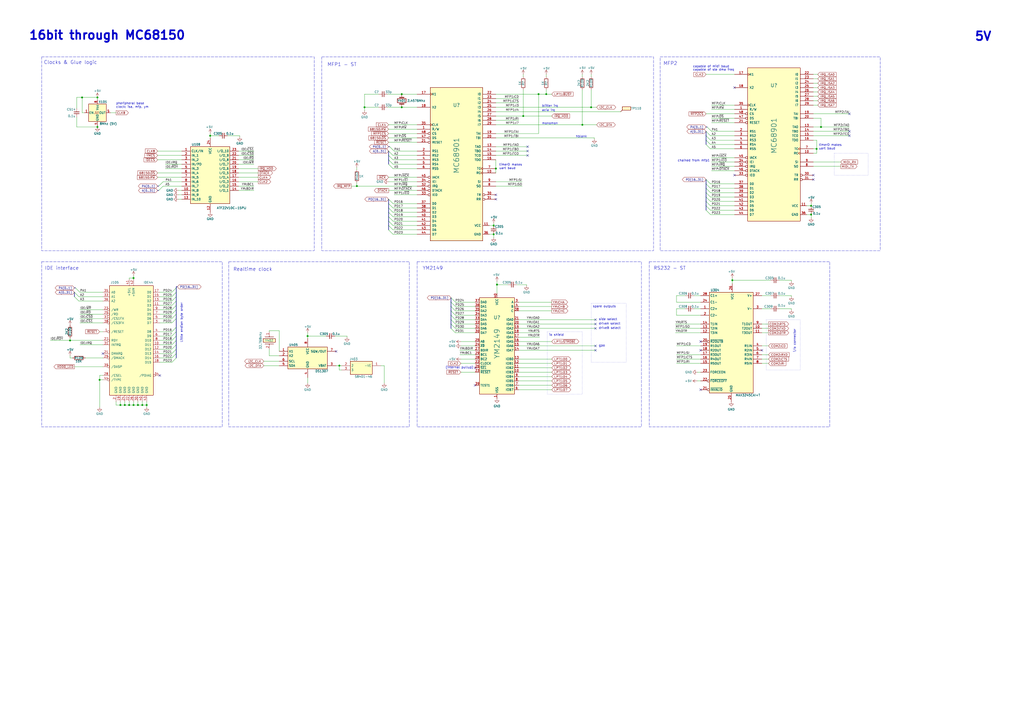
<source format=kicad_sch>
(kicad_sch (version 20230121) (generator eeschema)
  (paper "A2")
  (title_block (title "Raven 68060") (date "2024") (rev "A0") (company "Licensed under CERN-OHL-W v2") (comment 1 "(c)2024 Anders Granlund"))
  (junction (at 286.385 130.81))
  (junction (at 74.93 234.95))
  (junction (at 196.85 212.09))
  (junction (at 473.71 86.36))
  (junction (at 69.85 234.95))
  (junction (at 424.815 162.56))
  (junction (at 57.785 220.345))
  (junction (at 77.47 234.95))
  (junction (at 316.865 54.61))
  (junction (at 56.515 73.66))
  (junction (at 337.82 72.39))
  (junction (at 233.045 62.23))
  (junction (at 470.535 124.46))
  (junction (at 207.01 107.95))
  (junction (at 476.25 73.66))
  (junction (at 72.39 234.95))
  (junction (at 342.9 62.23))
  (junction (at 77.47 161.29))
  (junction (at 56.515 56.515))
  (junction (at 312.42 54.61))
  (junction (at 47.625 56.515))
  (junction (at 287.655 97.79))
  (junction (at 233.045 54.61))
  (junction (at 40.64 197.485))
  (junction (at 80.01 234.95))
  (junction (at 121.92 78.74))
  (junction (at 82.55 234.95))
  (junction (at 470.535 119.38))
  (junction (at 288.29 165.1))
  (junction (at 211.455 62.23))
  (junction (at 303.53 67.31))
  (junction (at 178.435 194.945))
  (junction (at 85.09 234.95))
  (junction (at 286.385 135.89))
  (no_connect (at 441.96 203.2))
  (no_connect (at 471.805 101.6))
  (no_connect (at 92.71 217.805))
  (no_connect (at 287.655 115.57))
  (no_connect (at 306.07 85.09))
  (no_connect (at 406.4 226.06))
  (no_connect (at 345.44 190.5))
  (no_connect (at 275.59 213.36))
  (no_connect (at 406.4 203.2))
  (no_connect (at 426.085 101.6))
  (no_connect (at 471.805 104.14))
  (no_connect (at 492.76 76.2))
  (no_connect (at 275.59 223.52))
  (no_connect (at 345.44 187.96))
  (no_connect (at 492.76 78.74))
  (no_connect (at 287.655 113.03))
  (no_connect (at 306.07 90.17))
  (no_connect (at 426.085 50.8))
  (no_connect (at 306.07 87.63))
  (no_connect (at 345.44 200.66))
  (no_connect (at 345.44 203.2))
  (no_connect (at 492.76 66.04))
  (no_connect (at 406.4 198.12))
  (no_connect (at 345.44 185.42))
  (no_connect (at 194.945 203.835))
  (no_connect (at 59.69 205.105))
  (bus_entry (at 409.575 104.14) (size 2.54 2.54))
  (bus_entry (at 102.235 184.785) (size -2.54 2.54))
  (bus_entry (at 409.575 106.68) (size 2.54 2.54))
  (bus_entry (at 226.06 85.09) (size 2.54 2.54))
  (bus_entry (at 261.62 182.88) (size 2.54 2.54))
  (bus_entry (at 225.425 90.17) (size 2.54 2.54))
  (bus_entry (at 225.425 118.11) (size 2.54 2.54))
  (bus_entry (at 102.235 189.865) (size -2.54 2.54))
  (bus_entry (at 409.575 76.2) (size 2.54 2.54))
  (bus_entry (at 43.815 167.005) (size 2.54 2.54))
  (bus_entry (at 92.075 110.49) (size 2.54 -2.54))
  (bus_entry (at 409.575 109.22) (size 2.54 2.54))
  (bus_entry (at 102.235 172.085) (size -2.54 2.54))
  (bus_entry (at 261.62 190.5) (size 2.54 2.54))
  (bus_entry (at 225.425 120.65) (size 2.54 2.54))
  (bus_entry (at 92.075 107.95) (size 2.54 -2.54))
  (bus_entry (at 102.235 207.645) (size -2.54 2.54))
  (bus_entry (at 102.235 177.165) (size -2.54 2.54))
  (bus_entry (at 102.235 202.565) (size -2.54 2.54))
  (bus_entry (at 261.62 175.26) (size 2.54 2.54))
  (bus_entry (at 102.235 169.545) (size -2.54 2.54))
  (bus_entry (at 409.575 78.74) (size 2.54 2.54))
  (bus_entry (at 225.425 125.73) (size 2.54 2.54))
  (bus_entry (at 409.575 111.76) (size 2.54 2.54))
  (bus_entry (at 261.62 180.34) (size 2.54 2.54))
  (bus_entry (at 102.235 182.245) (size -2.54 2.54))
  (bus_entry (at 261.62 177.8) (size 2.54 2.54))
  (bus_entry (at 102.235 174.625) (size -2.54 2.54))
  (bus_entry (at 102.235 197.485) (size -2.54 2.54))
  (bus_entry (at 225.425 115.57) (size 2.54 2.54))
  (bus_entry (at 102.235 167.005) (size -2.54 2.54))
  (bus_entry (at 409.575 83.82) (size 2.54 2.54))
  (bus_entry (at 225.425 123.19) (size 2.54 2.54))
  (bus_entry (at 43.18 169.545) (size 2.54 2.54))
  (bus_entry (at 225.425 128.27) (size 2.54 2.54))
  (bus_entry (at 409.575 81.28) (size 2.54 2.54))
  (bus_entry (at 102.235 179.705) (size -2.54 2.54))
  (bus_entry (at 409.575 116.84) (size 2.54 2.54))
  (bus_entry (at 410.21 73.66) (size 2.54 2.54))
  (bus_entry (at 43.18 172.085) (size 2.54 2.54))
  (bus_entry (at 409.575 119.38) (size 2.54 2.54))
  (bus_entry (at 225.425 133.35) (size 2.54 2.54))
  (bus_entry (at 225.425 95.25) (size 2.54 2.54))
  (bus_entry (at 261.62 172.72) (size 2.54 2.54))
  (bus_entry (at 261.62 187.96) (size 2.54 2.54))
  (bus_entry (at 409.575 114.3) (size 2.54 2.54))
  (bus_entry (at 102.235 194.945) (size -2.54 2.54))
  (bus_entry (at 261.62 185.42) (size 2.54 2.54))
  (bus_entry (at 102.235 205.105) (size -2.54 2.54))
  (bus_entry (at 409.575 121.92) (size 2.54 2.54))
  (bus_entry (at 102.235 200.025) (size -2.54 2.54))
  (bus_entry (at 102.235 192.405) (size -2.54 2.54))
  (bus_entry (at 225.425 92.71) (size 2.54 2.54))
  (bus_entry (at 225.425 87.63) (size 2.54 2.54))
  (bus_entry (at 225.425 130.81) (size 2.54 2.54))
  (wire (pts (xy 412.75 96.52) (xy 426.085 96.52)))
  (wire (pts (xy 228.6 87.63) (xy 241.935 87.63)))
  (wire (pts (xy 94.615 105.41) (xy 105.41 105.41)))
  (wire (pts (xy 92.71 184.785) (xy 99.695 184.785)))
  (wire (pts (xy 40.64 196.215) (xy 40.64 197.485)))
  (bus (pts (xy 261.62 180.34) (xy 261.62 177.8)))
  (bus (pts (xy 225.425 128.27) (xy 225.425 130.81)))
  (wire (pts (xy 194.945 212.09) (xy 196.85 212.09)))
  (wire (pts (xy 342.9 52.07) (xy 342.9 62.23)))
  (wire (pts (xy 342.9 62.23) (xy 346.075 62.23)))
  (wire (pts (xy 275.59 190.5) (xy 264.16 190.5)))
  (wire (pts (xy 92.71 207.645) (xy 99.695 207.645)))
  (wire (pts (xy 267.335 208.28) (xy 275.59 208.28)))
  (wire (pts (xy 406.4 175.26) (xy 392.43 175.26)))
  (wire (pts (xy 299.72 165.1) (xy 305.435 165.1)))
  (bus (pts (xy 225.425 92.71) (xy 225.425 95.25)))
  (wire (pts (xy 406.4 215.9) (xy 404.495 215.9)))
  (wire (pts (xy 441.96 179.07) (xy 447.04 179.07)))
  (wire (pts (xy 211.455 54.61) (xy 211.455 62.23)))
  (wire (pts (xy 404.495 220.98) (xy 406.4 220.98)))
  (wire (pts (xy 392.43 208.28) (xy 406.4 208.28)))
  (wire (pts (xy 275.59 193.04) (xy 264.16 193.04)))
  (wire (pts (xy 92.71 194.945) (xy 99.695 194.945)))
  (wire (pts (xy 476.25 68.58) (xy 476.25 73.66)))
  (wire (pts (xy 392.43 182.88) (xy 406.4 182.88)))
  (wire (pts (xy 300.99 69.85) (xy 287.655 69.85)))
  (wire (pts (xy 412.75 63.5) (xy 426.085 63.5)))
  (wire (pts (xy 95.885 97.79) (xy 105.41 97.79)))
  (wire (pts (xy 267.335 215.9) (xy 275.59 215.9)))
  (wire (pts (xy 320.04 213.36) (xy 300.99 213.36)))
  (wire (pts (xy 46.355 169.545) (xy 59.69 169.545)))
  (wire (pts (xy 227.965 128.27) (xy 241.935 128.27)))
  (wire (pts (xy 287.655 77.47) (xy 312.42 77.47)))
  (wire (pts (xy 344.805 80.01) (xy 287.655 80.01)))
  (wire (pts (xy 412.115 114.3) (xy 426.085 114.3)))
  (wire (pts (xy 227.965 118.11) (xy 241.935 118.11)))
  (wire (pts (xy 196.85 212.09) (xy 196.85 214.63)))
  (wire (pts (xy 302.895 105.41) (xy 287.655 105.41)))
  (wire (pts (xy 178.435 194.945) (xy 178.435 196.215)))
  (wire (pts (xy 412.115 119.38) (xy 426.085 119.38)))
  (wire (pts (xy 46.355 179.705) (xy 59.69 179.705)))
  (wire (pts (xy 121.92 77.47) (xy 121.92 78.74)))
  (wire (pts (xy 138.43 100.33) (xy 149.86 100.33)))
  (wire (pts (xy 64.135 65.405) (xy 67.31 65.405)))
  (wire (pts (xy 391.795 193.04) (xy 406.4 193.04)))
  (bus (pts (xy 102.235 179.705) (xy 102.235 177.165)))
  (wire (pts (xy 412.115 78.74) (xy 426.085 78.74)))
  (wire (pts (xy 300.99 59.69) (xy 287.655 59.69)))
  (wire (pts (xy 320.04 208.28) (xy 300.99 208.28)))
  (wire (pts (xy 471.805 66.04) (xy 492.76 66.04)))
  (wire (pts (xy 207.01 106.045) (xy 207.01 107.95)))
  (wire (pts (xy 57.785 217.805) (xy 57.785 220.345)))
  (wire (pts (xy 275.59 198.12) (xy 267.335 198.12)))
  (wire (pts (xy 147.32 95.25) (xy 138.43 95.25)))
  (wire (pts (xy 92.71 197.485) (xy 99.695 197.485)))
  (wire (pts (xy 471.805 86.36) (xy 473.71 86.36)))
  (wire (pts (xy 92.71 202.565) (xy 99.695 202.565)))
  (wire (pts (xy 305.435 165.1) (xy 305.435 165.735)))
  (wire (pts (xy 47.625 65.405) (xy 47.625 56.515)))
  (wire (pts (xy 470.535 124.46) (xy 470.535 126.365)))
  (wire (pts (xy 225.425 80.01) (xy 241.935 80.01)))
  (bus (pts (xy 225.425 85.09) (xy 226.06 85.09)))
  (wire (pts (xy 77.47 161.29) (xy 74.93 161.29)))
  (bus (pts (xy 261.62 177.8) (xy 261.62 175.26)))
  (bus (pts (xy 102.235 202.565) (xy 102.235 200.025)))
  (wire (pts (xy 77.47 160.02) (xy 77.47 161.29)))
  (wire (pts (xy 452.12 162.56) (xy 459.105 162.56)))
  (wire (pts (xy 44.45 67.945) (xy 44.45 73.66)))
  (bus (pts (xy 261.62 187.96) (xy 261.62 190.5)))
  (wire (pts (xy 266.7 205.74) (xy 275.59 205.74)))
  (wire (pts (xy 72.39 233.045) (xy 72.39 234.95)))
  (wire (pts (xy 225.425 105.41) (xy 241.935 105.41)))
  (bus (pts (xy 409.575 104.14) (xy 409.575 106.68)))
  (wire (pts (xy 49.53 207.645) (xy 59.69 207.645)))
  (wire (pts (xy 139.065 78.74) (xy 139.065 79.375)))
  (wire (pts (xy 92.71 172.085) (xy 99.695 172.085)))
  (wire (pts (xy 194.31 194.945) (xy 201.295 194.945)))
  (wire (pts (xy 92.71 179.705) (xy 99.695 179.705)))
  (wire (pts (xy 392.43 171.45) (xy 397.51 171.45)))
  (wire (pts (xy 320.04 226.06) (xy 300.99 226.06)))
  (wire (pts (xy 459.105 162.56) (xy 459.105 163.195)))
  (bus (pts (xy 102.235 182.245) (xy 102.235 184.785)))
  (wire (pts (xy 300.99 187.96) (xy 345.44 187.96)))
  (wire (pts (xy 412.75 93.98) (xy 426.085 93.98)))
  (wire (pts (xy 219.71 54.61) (xy 211.455 54.61)))
  (wire (pts (xy 316.865 52.07) (xy 316.865 54.61)))
  (bus (pts (xy 102.235 177.165) (xy 102.235 174.625)))
  (wire (pts (xy 77.47 233.045) (xy 77.47 234.95)))
  (wire (pts (xy 467.995 124.46) (xy 470.535 124.46)))
  (bus (pts (xy 261.62 185.42) (xy 261.62 187.96)))
  (wire (pts (xy 471.805 45.72) (xy 474.345 45.72)))
  (wire (pts (xy 283.845 135.89) (xy 286.385 135.89)))
  (wire (pts (xy 412.75 68.58) (xy 426.085 68.58)))
  (wire (pts (xy 227.965 133.35) (xy 241.935 133.35)))
  (wire (pts (xy 337.82 43.18) (xy 337.82 44.45)))
  (wire (pts (xy 92.71 200.025) (xy 99.695 200.025)))
  (wire (pts (xy 320.04 215.9) (xy 300.99 215.9)))
  (wire (pts (xy 80.01 233.045) (xy 80.01 234.95)))
  (wire (pts (xy 452.12 171.45) (xy 459.105 171.45)))
  (wire (pts (xy 320.04 223.52) (xy 300.99 223.52)))
  (wire (pts (xy 178.435 219.075) (xy 178.435 222.25)))
  (wire (pts (xy 201.295 194.945) (xy 201.295 195.58)))
  (wire (pts (xy 147.32 90.17) (xy 138.43 90.17)))
  (wire (pts (xy 225.425 110.49) (xy 241.935 110.49)))
  (wire (pts (xy 153.035 209.55) (xy 161.925 209.55)))
  (bus (pts (xy 409.575 111.76) (xy 409.575 114.3)))
  (wire (pts (xy 303.53 67.31) (xy 320.04 67.31)))
  (wire (pts (xy 342.9 43.18) (xy 342.9 44.45)))
  (wire (pts (xy 44.45 56.515) (xy 47.625 56.515)))
  (wire (pts (xy 300.99 195.58) (xy 313.055 195.58)))
  (wire (pts (xy 471.805 48.26) (xy 474.345 48.26)))
  (wire (pts (xy 287.655 107.95) (xy 302.895 107.95)))
  (wire (pts (xy 452.12 179.07) (xy 459.105 179.07)))
  (bus (pts (xy 225.425 90.17) (xy 225.425 92.71)))
  (bus (pts (xy 225.425 115.57) (xy 225.425 118.11)))
  (bus (pts (xy 102.235 192.405) (xy 102.235 189.865)))
  (wire (pts (xy 85.09 234.95) (xy 85.09 233.045)))
  (wire (pts (xy 82.55 233.045) (xy 82.55 234.95)))
  (wire (pts (xy 57.785 220.345) (xy 57.785 236.22)))
  (bus (pts (xy 225.425 118.11) (xy 225.425 120.65)))
  (bus (pts (xy 91.44 107.95) (xy 92.075 107.95)))
  (wire (pts (xy 227.965 135.89) (xy 241.935 135.89)))
  (bus (pts (xy 102.235 172.085) (xy 102.235 169.545)))
  (bus (pts (xy 261.62 185.42) (xy 261.62 182.88)))
  (wire (pts (xy 471.805 78.74) (xy 492.76 78.74)))
  (wire (pts (xy 287.655 92.71) (xy 287.655 97.79)))
  (wire (pts (xy 412.75 60.96) (xy 426.085 60.96)))
  (wire (pts (xy 470.535 119.38) (xy 470.535 118.11)))
  (wire (pts (xy 441.96 208.28) (xy 445.77 208.28)))
  (wire (pts (xy 300.99 198.12) (xy 320.04 198.12)))
  (wire (pts (xy 161.925 191.77) (xy 156.21 191.77)))
  (wire (pts (xy 196.85 214.63) (xy 198.12 214.63)))
  (wire (pts (xy 288.29 163.195) (xy 288.29 165.1)))
  (wire (pts (xy 138.43 97.79) (xy 149.86 97.79)))
  (wire (pts (xy 402.59 179.07) (xy 406.4 179.07)))
  (wire (pts (xy 300.99 203.2) (xy 345.44 203.2)))
  (wire (pts (xy 224.79 62.23) (xy 233.045 62.23)))
  (bus (pts (xy 102.235 167.005) (xy 102.235 166.37)))
  (wire (pts (xy 67.31 234.95) (xy 69.85 234.95)))
  (wire (pts (xy 471.805 93.98) (xy 487.68 93.98)))
  (wire (pts (xy 227.965 120.65) (xy 241.935 120.65)))
  (wire (pts (xy 412.115 81.28) (xy 426.085 81.28)))
  (wire (pts (xy 225.425 82.55) (xy 241.935 82.55)))
  (bus (pts (xy 102.235 207.645) (xy 102.235 205.105)))
  (wire (pts (xy 275.59 182.88) (xy 264.16 182.88)))
  (wire (pts (xy 320.04 220.98) (xy 300.99 220.98)))
  (wire (pts (xy 316.865 43.18) (xy 316.865 44.45)))
  (wire (pts (xy 312.42 54.61) (xy 316.865 54.61)))
  (wire (pts (xy 424.815 162.56) (xy 447.04 162.56)))
  (wire (pts (xy 156.21 202.565) (xy 156.21 206.375)))
  (wire (pts (xy 288.29 165.1) (xy 294.64 165.1)))
  (wire (pts (xy 441.96 187.96) (xy 445.77 187.96)))
  (wire (pts (xy 207.01 97.155) (xy 207.01 98.425)))
  (wire (pts (xy 392.43 179.07) (xy 392.43 182.88)))
  (wire (pts (xy 92.71 210.185) (xy 99.695 210.185)))
  (bus (pts (xy 102.235 194.945) (xy 102.235 192.405)))
  (wire (pts (xy 267.335 200.66) (xy 275.59 200.66)))
  (wire (pts (xy 412.75 99.06) (xy 426.085 99.06)))
  (wire (pts (xy 337.82 52.07) (xy 337.82 72.39)))
  (bus (pts (xy 409.575 73.66) (xy 410.21 73.66)))
  (wire (pts (xy 92.71 187.325) (xy 99.695 187.325)))
  (wire (pts (xy 56.515 56.515) (xy 56.515 57.785)))
  (bus (pts (xy 225.425 123.19) (xy 225.425 125.73)))
  (wire (pts (xy 74.93 233.045) (xy 74.93 234.95)))
  (wire (pts (xy 424.815 162.56) (xy 424.815 164.465)))
  (wire (pts (xy 441.96 171.45) (xy 447.04 171.45)))
  (wire (pts (xy 103.505 115.57) (xy 105.41 115.57)))
  (wire (pts (xy 222.885 212.09) (xy 222.885 222.25)))
  (wire (pts (xy 275.59 187.96) (xy 264.16 187.96)))
  (wire (pts (xy 178.435 194.945) (xy 189.23 194.945)))
  (wire (pts (xy 80.01 234.95) (xy 82.55 234.95)))
  (wire (pts (xy 59.69 217.805) (xy 57.785 217.805)))
  (wire (pts (xy 471.805 73.66) (xy 476.25 73.66)))
  (wire (pts (xy 77.47 161.29) (xy 77.47 161.925)))
  (wire (pts (xy 211.455 62.23) (xy 219.71 62.23)))
  (wire (pts (xy 392.43 175.26) (xy 392.43 171.45)))
  (wire (pts (xy 412.115 124.46) (xy 426.085 124.46)))
  (bus (pts (xy 409.575 76.2) (xy 409.575 78.74)))
  (wire (pts (xy 275.59 177.8) (xy 264.16 177.8)))
  (wire (pts (xy 391.795 190.5) (xy 406.4 190.5)))
  (bus (pts (xy 102.235 200.025) (xy 102.235 197.485)))
  (wire (pts (xy 459.105 171.45) (xy 459.105 172.085)))
  (wire (pts (xy 56.515 73.025) (xy 56.515 73.66)))
  (wire (pts (xy 392.43 200.66) (xy 406.4 200.66)))
  (wire (pts (xy 77.47 234.95) (xy 80.01 234.95)))
  (wire (pts (xy 203.835 107.95) (xy 207.01 107.95)))
  (wire (pts (xy 412.115 106.68) (xy 426.085 106.68)))
  (wire (pts (xy 412.115 111.76) (xy 426.085 111.76)))
  (wire (pts (xy 412.115 83.82) (xy 426.085 83.82)))
  (wire (pts (xy 227.965 92.71) (xy 241.935 92.71)))
  (wire (pts (xy 402.59 171.45) (xy 406.4 171.45)))
  (bus (pts (xy 43.18 169.545) (xy 43.18 172.085)))
  (wire (pts (xy 147.32 92.71) (xy 138.43 92.71)))
  (wire (pts (xy 286.385 135.89) (xy 286.385 137.795)))
  (wire (pts (xy 233.045 62.23) (xy 241.935 62.23)))
  (wire (pts (xy 412.75 71.12) (xy 426.085 71.12)))
  (wire (pts (xy 121.92 78.74) (xy 127 78.74)))
  (wire (pts (xy 287.655 67.31) (xy 303.53 67.31)))
  (wire (pts (xy 48.895 65.405) (xy 47.625 65.405)))
  (wire (pts (xy 471.805 96.52) (xy 487.68 96.52)))
  (wire (pts (xy 275.59 180.34) (xy 264.16 180.34)))
  (wire (pts (xy 91.44 92.71) (xy 105.41 92.71)))
  (wire (pts (xy 471.805 58.42) (xy 474.345 58.42)))
  (wire (pts (xy 225.425 72.39) (xy 241.935 72.39)))
  (wire (pts (xy 441.96 190.5) (xy 445.77 190.5)))
  (bus (pts (xy 102.87 166.37) (xy 102.235 166.37)))
  (wire (pts (xy 45.72 174.625) (xy 59.69 174.625)))
  (wire (pts (xy 300.99 200.66) (xy 345.44 200.66)))
  (bus (pts (xy 409.575 116.84) (xy 409.575 119.38)))
  (wire (pts (xy 156.21 191.77) (xy 156.21 192.405)))
  (wire (pts (xy 224.79 54.61) (xy 233.045 54.61)))
  (wire (pts (xy 300.99 175.26) (xy 320.04 175.26)))
  (wire (pts (xy 441.96 210.82) (xy 445.77 210.82)))
  (wire (pts (xy 409.575 43.18) (xy 426.085 43.18)))
  (wire (pts (xy 306.07 90.17) (xy 287.655 90.17)))
  (wire (pts (xy 409.575 66.04) (xy 426.085 66.04)))
  (wire (pts (xy 300.99 57.15) (xy 287.655 57.15)))
  (wire (pts (xy 287.655 85.09) (xy 306.07 85.09)))
  (wire (pts (xy 471.805 55.88) (xy 474.345 55.88)))
  (wire (pts (xy 471.805 50.8) (xy 474.345 50.8)))
  (wire (pts (xy 45.72 172.085) (xy 59.69 172.085)))
  (wire (pts (xy 103.505 110.49) (xy 105.41 110.49)))
  (bus (pts (xy 225.425 87.63) (xy 225.425 90.17)))
  (wire (pts (xy 91.44 87.63) (xy 105.41 87.63)))
  (wire (pts (xy 471.805 53.34) (xy 474.345 53.34)))
  (wire (pts (xy 266.7 203.2) (xy 275.59 203.2)))
  (wire (pts (xy 471.805 76.2) (xy 492.76 76.2)))
  (wire (pts (xy 473.71 86.36) (xy 473.71 88.9)))
  (wire (pts (xy 344.805 80.645) (xy 344.805 80.01)))
  (wire (pts (xy 412.75 76.2) (xy 426.085 76.2)))
  (wire (pts (xy 287.655 72.39) (xy 337.82 72.39)))
  (wire (pts (xy 233.045 54.61) (xy 241.935 54.61)))
  (wire (pts (xy 391.795 187.96) (xy 406.4 187.96)))
  (wire (pts (xy 92.71 169.545) (xy 99.695 169.545)))
  (wire (pts (xy 320.04 218.44) (xy 300.99 218.44)))
  (wire (pts (xy 91.44 100.33) (xy 105.41 100.33)))
  (wire (pts (xy 207.01 107.95) (xy 241.935 107.95)))
  (wire (pts (xy 316.865 54.61) (xy 320.04 54.61)))
  (wire (pts (xy 43.18 212.725) (xy 59.69 212.725)))
  (wire (pts (xy 69.85 233.045) (xy 69.85 234.95)))
  (wire (pts (xy 67.31 233.045) (xy 67.31 234.95)))
  (bus (pts (xy 409.575 106.68) (xy 409.575 109.22)))
  (wire (pts (xy 92.71 174.625) (xy 99.695 174.625)))
  (bus (pts (xy 225.425 120.65) (xy 225.425 123.19)))
  (wire (pts (xy 227.965 97.79) (xy 241.935 97.79)))
  (wire (pts (xy 74.93 234.95) (xy 77.47 234.95)))
  (wire (pts (xy 57.785 192.405) (xy 59.69 192.405)))
  (wire (pts (xy 72.39 234.95) (xy 74.93 234.95)))
  (wire (pts (xy 300.99 177.8) (xy 320.04 177.8)))
  (wire (pts (xy 228.6 113.03) (xy 241.935 113.03)))
  (wire (pts (xy 392.43 210.82) (xy 406.4 210.82)))
  (wire (pts (xy 46.355 200.025) (xy 59.69 200.025)))
  (wire (pts (xy 95.885 95.25) (xy 105.41 95.25)))
  (wire (pts (xy 424.815 161.29) (xy 424.815 162.56)))
  (wire (pts (xy 91.44 90.17) (xy 105.41 90.17)))
  (bus (pts (xy 261.62 175.26) (xy 261.62 172.72)))
  (wire (pts (xy 211.455 62.23) (xy 211.455 64.135)))
  (wire (pts (xy 92.71 182.245) (xy 99.695 182.245)))
  (bus (pts (xy 102.235 174.625) (xy 102.235 172.085)))
  (wire (pts (xy 153.035 212.09) (xy 161.925 212.09)))
  (wire (pts (xy 286.385 130.81) (xy 286.385 129.54)))
  (wire (pts (xy 69.85 234.95) (xy 72.39 234.95)))
  (wire (pts (xy 287.655 54.61) (xy 312.42 54.61)))
  (wire (pts (xy 441.96 200.66) (xy 445.77 200.66)))
  (wire (pts (xy 138.43 102.87) (xy 149.86 102.87)))
  (wire (pts (xy 92.71 177.165) (xy 99.695 177.165)))
  (wire (pts (xy 275.59 185.42) (xy 264.16 185.42)))
  (wire (pts (xy 300.99 190.5) (xy 345.44 190.5)))
  (wire (pts (xy 283.845 130.81) (xy 286.385 130.81)))
  (bus (pts (xy 409.575 78.74) (xy 409.575 81.28)))
  (wire (pts (xy 227.965 125.73) (xy 241.935 125.73)))
  (wire (pts (xy 82.55 234.95) (xy 85.09 234.95)))
  (wire (pts (xy 476.25 73.66) (xy 492.76 73.66)))
  (wire (pts (xy 44.45 73.66) (xy 56.515 73.66)))
  (wire (pts (xy 471.805 81.28) (xy 473.71 81.28)))
  (wire (pts (xy 412.115 116.84) (xy 426.085 116.84)))
  (wire (pts (xy 40.64 197.485) (xy 59.69 197.485)))
  (wire (pts (xy 441.96 205.74) (xy 445.77 205.74)))
  (wire (pts (xy 29.21 197.485) (xy 40.64 197.485)))
  (wire (pts (xy 300.99 185.42) (xy 345.44 185.42)))
  (wire (pts (xy 306.07 87.63) (xy 287.655 87.63)))
  (wire (pts (xy 94.615 107.95) (xy 105.41 107.95)))
  (wire (pts (xy 103.505 113.03) (xy 105.41 113.03)))
  (wire (pts (xy 312.42 54.61) (xy 312.42 77.47)))
  (wire (pts (xy 138.43 107.95) (xy 147.32 107.95)))
  (wire (pts (xy 300.99 180.34) (xy 320.04 180.34)))
  (bus (pts (xy 43.18 167.005) (xy 43.815 167.005)))
  (wire (pts (xy 40.64 206.375) (xy 40.64 207.645)))
  (wire (pts (xy 92.71 205.105) (xy 99.695 205.105)))
  (wire (pts (xy 471.805 43.18) (xy 474.345 43.18)))
  (wire (pts (xy 337.82 72.39) (xy 346.075 72.39)))
  (wire (pts (xy 220.98 212.09) (xy 222.885 212.09)))
  (wire (pts (xy 392.43 205.74) (xy 406.4 205.74)))
  (wire (pts (xy 227.965 130.81) (xy 241.935 130.81)))
  (wire (pts (xy 227.965 90.17) (xy 241.935 90.17)))
  (bus (pts (xy 409.575 109.22) (xy 409.575 111.76)))
  (wire (pts (xy 287.655 97.79) (xy 287.655 100.33)))
  (wire (pts (xy 473.71 81.28) (xy 473.71 86.36)))
  (wire (pts (xy 147.32 87.63) (xy 138.43 87.63)))
  (bus (pts (xy 102.235 205.105) (xy 102.235 202.565)))
  (wire (pts (xy 227.965 123.19) (xy 241.935 123.19)))
  (wire (pts (xy 459.105 179.07) (xy 459.105 179.705)))
  (wire (pts (xy 412.75 91.44) (xy 426.085 91.44)))
  (wire (pts (xy 227.965 95.25) (xy 241.935 95.25)))
  (wire (pts (xy 467.995 119.38) (xy 470.535 119.38)))
  (wire (pts (xy 412.115 121.92) (xy 426.085 121.92)))
  (wire (pts (xy 471.805 60.96) (xy 474.345 60.96)))
  (wire (pts (xy 412.115 86.36) (xy 426.085 86.36)))
  (wire (pts (xy 44.45 62.865) (xy 44.45 56.515)))
  (wire (pts (xy 225.425 77.47) (xy 241.935 77.47)))
  (bus (pts (xy 225.425 130.81) (xy 225.425 133.35)))
  (bus (pts (xy 409.575 119.38) (xy 409.575 121.92)))
  (wire (pts (xy 288.29 165.1) (xy 288.29 170.18)))
  (wire (pts (xy 161.925 203.835) (xy 161.925 191.77)))
  (wire (pts (xy 225.425 102.87) (xy 241.935 102.87)))
  (wire (pts (xy 92.71 192.405) (xy 99.695 192.405)))
  (wire (pts (xy 46.355 182.245) (xy 59.69 182.245)))
  (wire (pts (xy 275.59 175.26) (xy 264.16 175.26)))
  (wire (pts (xy 287.655 62.23) (xy 342.9 62.23)))
  (wire (pts (xy 397.51 179.07) (xy 392.43 179.07)))
  (wire (pts (xy 85.09 234.95) (xy 85.09 236.22)))
  (wire (pts (xy 46.355 187.325) (xy 59.69 187.325)))
  (bus (pts (xy 102.235 197.485) (xy 102.235 194.945)))
  (wire (pts (xy 225.425 74.93) (xy 241.935 74.93)))
  (bus (pts (xy 91.44 110.49) (xy 92.075 110.49)))
  (wire (pts (xy 287.655 64.77) (xy 360.045 64.77)))
  (wire (pts (xy 441.96 193.04) (xy 445.77 193.04)))
  (wire (pts (xy 132.08 78.74) (xy 139.065 78.74)))
  (wire (pts (xy 412.115 109.22) (xy 426.085 109.22)))
  (wire (pts (xy 91.44 102.87) (xy 105.41 102.87)))
  (wire (pts (xy 46.355 184.785) (xy 59.69 184.785)))
  (wire (pts (xy 40.64 207.645) (xy 41.91 207.645)))
  (bus (pts (xy 261.62 182.88) (xy 261.62 180.34)))
  (wire (pts (xy 156.21 206.375) (xy 161.925 206.375)))
  (wire (pts (xy 57.785 220.345) (xy 59.69 220.345)))
  (wire (pts (xy 196.85 212.09) (xy 198.12 212.09)))
  (bus (pts (xy 102.235 179.705) (xy 102.235 182.245)))
  (wire (pts (xy 47.625 56.515) (xy 56.515 56.515)))
  (wire (pts (xy 320.04 210.82) (xy 300.99 210.82)))
  (wire (pts (xy 138.43 105.41) (xy 149.86 105.41)))
  (bus (pts (xy 102.235 169.545) (xy 102.235 167.005)))
  (wire (pts (xy 267.335 210.82) (xy 275.59 210.82)))
  (wire (pts (xy 178.435 193.04) (xy 178.435 194.945)))
  (wire (pts (xy 121.92 78.74) (xy 121.92 80.01)))
  (wire (pts (xy 300.99 193.04) (xy 313.055 193.04)))
  (wire (pts (xy 303.53 43.18) (xy 303.53 44.45)))
  (wire (pts (xy 138.43 110.49) (xy 147.32 110.49)))
  (wire (pts (xy 471.805 68.58) (xy 476.25 68.58)))
  (wire (pts (xy 303.53 52.07) (xy 303.53 67.31)))
  (bus (pts (xy 225.425 125.73) (xy 225.425 128.27)))
  (bus (pts (xy 409.575 81.28) (xy 409.575 83.82)))
  (bus (pts (xy 102.235 184.785) (xy 102.235 189.865)))
  (bus (pts (xy 409.575 114.3) (xy 409.575 116.84)))
  (wire (pts (xy 473.71 88.9) (xy 471.805 88.9)))
  (wire (pts (xy 74.93 161.29) (xy 74.93 161.925)))
  (rectangle (start 24.13 151.765) (end 128.905 247.65) (stroke (width 0) (type dash)))
  (rectangle (start 382.905 33.02) (end 510.54 145.415) (stroke (width 0) (type dash)))
  (rectangle (start 24.13 33.02) (end 182.245 145.415) (stroke (width 0) (type dash)))
  (rectangle (start 376.555 151.765) (end 481.33 247.65) (stroke (width 0) (type dash)))
  (rectangle (start 186.69 33.02) (end 379.095 145.415) (stroke (width 0) (type dash)))
  (rectangle (start 241.935 151.765) (end 372.11 247.65) (stroke (width 0) (type dash)))
  (rectangle (start 132.715 151.765) (end 237.49 247.65) (stroke (width 0) (type dash)))
  (text_box "" (at 444.5 185.42 0) (size 19.685 29.21) (stroke (width 0) (type dot)) (effects (font (size 1.27 1.27)) (justify left top)))
  (text_box "io shield" (at 317.5 192.405 0) (size 20.32 36.195) (stroke (width 0) (type dot)) (effects (font (size 1.27 1.27)) (justify left top)))
  (text_box "spare outputs" (at 342.9 175.895 0) (size 20.32 34.29) (stroke (width 0) (type dot)) (effects (font (size 1.27 1.27)) (justify left top)))
  (text_box "" (at 483.87 88.9 0) (size 19.685 12.7) (stroke (width 0) (type dot)) (effects (font (size 1.27 1.27)) (justify left top)))
  (text "YM2149" (at 245.11 156.845 0) (effects (font (size 2 2)) (justify left bottom)))
  (text "5V" (at 565.15 24.13 0) (effects (font (size 5 5) (thickness 1) bold) (justify left bottom)))
  (text "timerD makes\nuart baud" (at 474.98 86.995 0) (effects (font (size 1.27 1.27)) (justify left bottom)))
  (text "side select" (at 347.345 186.055 0) (effects (font (size 1.27 1.27)) (justify left bottom)))
  (text "MFP2" (at 384.81 38.1 0) (effects (font (size 2 2)) (justify left bottom)))
  (text "pheripheral base\nclock: isa, mfp, ym" (at 67.31 62.865 0) (effects (font (size 1.27 1.27)) (justify left bottom)))
  (text "IDE interface" (at 26.035 156.845 0) (effects (font (size 2 2)) (justify left bottom)))
  (text "driveB select" (at 347.345 191.135 0) (effects (font (size 1.27 1.27)) (justify left bottom)))
  (text "chained from mfp1" (at 393.065 93.98 0) (effects (font (size 1.27 1.27)) (justify left bottom)))
  (text "Little endian byte order" (at 106.045 198.755 90) (effects (font (size 1.27 1.27)) (justify left bottom)))
  (text "gpo" (at 347.345 201.295 0) (effects (font (size 1.27 1.27)) (justify left bottom)))
  (text "monomon" (at 314.325 72.39 0) (effects (font (size 1.27 1.27)) (justify left bottom)))
  (text "(internal pullup)" (at 258.445 213.995 0) (effects (font (size 1.27 1.27)) (justify left bottom)))
  (text "Realtime clock" (at 135.255 157.48 0) (effects (font (size 2 2)) (justify left bottom)))
  (text "acia irq" (at 314.325 64.77 0) (effects (font (size 1.27 1.27)) (justify left bottom)))
  (text "capable of midi baud" (at 401.955 39.37 0) (effects (font (size 1.27 1.27)) (justify left bottom)))
  (text "16bit through MC68150" (at 16.51 23.495 0) (effects (font (size 5 5) (thickness 1) bold) (justify left bottom)))
  (text "capable of ste dma freq" (at 401.955 41.275 0) (effects (font (size 1.27 1.27)) (justify left bottom)))
  (text "timerD makes\nuart baud" (at 289.56 98.425 0) (effects (font (size 1.27 1.27)) (justify left bottom)))
  (text "Clocks & Glue logic" (at 25.4 37.465 0) (effects (font (size 2 2)) (justify left bottom)))
  (text "MFP1 - ST" (at 189.865 38.735 0) (effects (font (size 2 2)) (justify left bottom)))
  (text "RS232 - ST" (at 379.095 156.845 0) (effects (font (size 2 2)) (justify left bottom)))
  (text "hblank" (at 334.01 80.01 0) (effects (font (size 1.27 1.27)) (justify left bottom)))
  (text "driveA select" (at 347.345 188.595 0) (effects (font (size 1.27 1.27)) (justify left bottom)))
  (text "i/o connector" (at 461.645 204.47 90) (effects (font (size 1.27 1.27)) (justify left bottom)))
  (text "blitter irq" (at 314.325 62.23 0) (effects (font (size 1.27 1.27)) (justify left bottom)))
  (label "PD30" (at 94.615 184.785 0))
  (label "MFP1:SO" (at 391.795 190.5 0))
  (label "IDE:~{CS0}" (at 147.32 90.17 180))
  (label "YM:IOA6" (at 313.055 200.66 180))
  (label "PD19" (at 412.75 114.3 0))
  (label "PD19" (at 94.615 200.025 0))
  (label "PD26" (at 269.24 180.34 180))
  (label "YM:BDIR" (at 147.32 110.49 180))
  (label "IDE:~{CS1}" (at 147.32 87.63 180))
  (label "PD21" (at 94.615 205.105 0))
  (label "MFP1:TBO" (at 300.99 87.63 180))
  (label "PD28" (at 269.24 185.42 180))
  (label "PA1" (at 412.75 76.2 0))
  (label "IDE:~{CS0}" (at 46.355 184.785 0))
  (label "PD22" (at 94.615 207.645 0))
  (label "MFP:~{RESET}" (at 412.75 71.12 0))
  (label "MFP1:TCO" (at 300.99 90.17 180))
  (label "A3" (at 412.75 81.28 0))
  (label "A2" (at 228.6 90.17 0))
  (label "YM:BDIR" (at 266.7 203.2 0))
  (label "PD28" (at 94.615 179.705 0))
  (label "IDE:IRQ" (at 95.885 95.25 0))
  (label "IDE:~{RDY}" (at 95.885 97.79 0))
  (label "MFP2:TAO" (at 492.76 73.66 180))
  (label "PD24" (at 94.615 169.545 0))
  (label "PD24" (at 269.24 175.26 180))
  (label "MFP1:TAI" (at 300.99 77.47 180))
  (label "A5" (at 95.885 107.95 0))
  (label "MFP:R~{W}" (at 228.6 74.93 0))
  (label "MFP:~{IACK}" (at 228.6 102.87 0))
  (label "IDE:~{WR}" (at 147.32 95.25 180))
  (label "MFP1:CTS" (at 392.43 208.28 0))
  (label "YM:RTS" (at 391.795 187.96 0))
  (label "MFP1:TBI" (at 300.99 80.01 180))
  (label "MFP1:RI" (at 392.43 210.82 0))
  (label "MFP1:~{IEO}" (at 412.75 93.98 0))
  (label "A5" (at 228.6 97.79 0))
  (label "IDE:~{RD}" (at 147.32 92.71 180))
  (label "MFP1:~{IEI}" (at 228.6 105.41 0))
  (label "IDE:~{RDY}" (at 29.21 197.485 0))
  (label "MFP:CLK" (at 412.75 60.96 0))
  (label "MFP1:~{IEO}" (at 228.6 113.03 0))
  (label "MFP:~{IRQ}" (at 412.75 96.52 0))
  (label "YM:RTS" (at 313.055 193.04 180))
  (label "YM:BC1" (at 147.32 107.95 180))
  (label "PD16" (at 412.75 106.68 0))
  (label "MFP:~{DTACK}" (at 412.75 99.06 0))
  (label "PD22" (at 228.6 133.35 0))
  (label "PD31" (at 94.615 187.325 0))
  (label "PD18" (at 228.6 123.19 0))
  (label "PD20" (at 228.6 128.27 0))
  (label "MFP2:TBO" (at 492.76 76.2 180))
  (label "PA1" (at 99.695 105.41 180))
  (label "PD17" (at 228.6 120.65 0))
  (label "IDE:~{RD}" (at 46.355 182.245 0))
  (label "MFP2:TAI" (at 492.76 66.04 180))
  (label "MFP1:RI" (at 300.99 69.85 180))
  (label "MFP:~{DS}" (at 228.6 80.01 0))
  (label "PD23" (at 94.615 210.185 0))
  (label "MFP1:I4" (at 300.99 64.77 180))
  (label "YM:DTR" (at 391.795 193.04 0))
  (label "PD16" (at 94.615 192.405 0))
  (label "YM:IOA7" (at 313.055 203.2 180))
  (label "A4" (at 412.75 83.82 0))
  (label "PD20" (at 94.615 202.565 0))
  (label "MFP:~{IRQ}" (at 228.6 107.95 0))
  (label "YM:IOA2" (at 313.055 190.5 180))
  (label "PD30" (at 269.24 190.5 180))
  (label "PD29" (at 269.24 187.96 180))
  (label "MFP:~{RESET}" (at 228.6 82.55 0))
  (label "PD26" (at 94.615 174.625 0))
  (label "IDE:IRQ" (at 46.355 200.025 0))
  (label "YM:IOA0" (at 313.055 185.42 180))
  (label "MFP1:CD" (at 392.43 200.66 0))
  (label "PD23" (at 412.75 124.46 0))
  (label "A3" (at 228.6 92.71 0))
  (label "MFP1:SI" (at 302.895 105.41 180))
  (label "MFP1:I3" (at 300.99 62.23 180))
  (label "PD17" (at 412.75 109.22 0))
  (label "PD19" (at 228.6 125.73 0))
  (label "PA1" (at 46.355 169.545 0))
  (label "MFP1:CD" (at 300.99 57.15 180))
  (label "YM:DTR" (at 313.055 195.58 180))
  (label "YM:BC1" (at 266.7 205.74 0))
  (label "A3" (at 46.355 174.625 0))
  (label "A4" (at 228.6 95.25 0))
  (label "PD16" (at 228.6 118.11 0))
  (label "PD20" (at 412.75 116.84 0))
  (label "IDE:~{WR}" (at 46.355 179.705 0))
  (label "PD17" (at 94.615 194.945 0))
  (label "MFP2:TCO" (at 492.76 78.74 180))
  (label "PD27" (at 269.24 182.88 180))
  (label "A2" (at 412.75 78.74 0))
  (label "MFP:CLK" (at 228.6 72.39 0))
  (label "MFP1:TAO" (at 300.99 85.09 180))
  (label "PD18" (at 412.75 111.76 0))
  (label "PD23" (at 228.6 135.89 0))
  (label "PD25" (at 269.24 177.8 180))
  (label "PD18" (at 94.615 197.485 0))
  (label "MFP1:I7" (at 300.99 72.39 180))
  (label "MFP1:SO" (at 302.895 107.95 180))
  (label "MFP:~{DS}" (at 412.75 68.58 0))
  (label "A5" (at 412.75 86.36 0))
  (label "PD22" (at 412.75 121.92 0))
  (label "PD21" (at 228.6 130.81 0))
  (label "PD25" (at 94.615 172.085 0))
  (label "MFP1:CTS" (at 300.99 59.69 180))
  (label "PA1" (at 228.6 87.63 0))
  (label "YM:IOA1" (at 313.055 187.96 180))
  (label "PD21" (at 412.75 119.38 0))
  (label "A2" (at 46.355 172.085 0))
  (label "PD31" (at 269.24 193.04 180))
  (label "PD29" (at 94.615 182.245 0))
  (label "MFP:~{DTACK}" (at 228.6 110.49 0))
  (label "MFP:R~{W}" (at 412.75 63.5 0))
  (label "MFP1:SI" (at 392.43 205.74 0))
  (label "PD27" (at 94.615 177.165 0))
  (label "IDE:~{CS1}" (at 46.355 187.325 0))
  (label "MFP:~{IACK}" (at 412.75 91.44 0))
  (global_label "COM2:DTR" (shape output) (at 445.77 193.04 0) (property "Intersheetrefs" "${INTERSHEET_REFS}" (effects hide)))
  (global_label "PD[16..31]" (shape tri_state) (at 409.575 104.14 180) (property "Intersheetrefs" "${INTERSHEET_REFS}" (effects hide)))
  (global_label "IRQ_ISA0" (shape input) (at 474.345 43.18 0) (property "Intersheetrefs" "${INTERSHEET_REFS}" (effects hide)))
  (global_label "CLK2" (shape output) (at 149.86 105.41 0) (property "Intersheetrefs" "${INTERSHEET_REFS}" (effects hide)))
  (global_label "CLK2" (shape input) (at 409.575 43.18 180) (property "Intersheetrefs" "${INTERSHEET_REFS}" (effects hide)))
  (global_label "~{DTACK}" (shape output) (at 149.86 100.33 0) (property "Intersheetrefs" "${INTERSHEET_REFS}" (effects hide)))
  (global_label "YM:CHB" (shape output) (at 320.04 177.8 0) (property "Intersheetrefs" "${INTERSHEET_REFS}" (effects hide)))
  (global_label "A[0..31]" (shape bidirectional) (at 91.44 110.49 180) (property "Intersheetrefs" "${INTERSHEET_REFS}" (effects hide)))
  (global_label "IRQ_ISA1" (shape input) (at 474.345 45.72 0) (property "Intersheetrefs" "${INTERSHEET_REFS}" (effects hide)))
  (global_label "LPT1:D5" (shape bidirectional) (at 320.04 220.98 0) (property "Intersheetrefs" "${INTERSHEET_REFS}" (effects hide)))
  (global_label "LPT1:D1" (shape bidirectional) (at 320.04 210.82 0) (property "Intersheetrefs" "${INTERSHEET_REFS}" (effects hide)))
  (global_label "~{YMCS}" (shape input) (at 91.44 90.17 180) (property "Intersheetrefs" "${INTERSHEET_REFS}" (effects hide)))
  (global_label "~{MFP2CS}" (shape input) (at 409.575 66.04 180) (property "Intersheetrefs" "${INTERSHEET_REFS}" (effects hide)))
  (global_label "~{IRQ_HDD}" (shape input) (at 320.04 67.31 0) (property "Intersheetrefs" "${INTERSHEET_REFS}" (effects hide)))
  (global_label "COM2:TXD" (shape output) (at 445.77 190.5 0) (property "Intersheetrefs" "${INTERSHEET_REFS}" (effects hide)))
  (global_label "~{IDECS}" (shape input) (at 91.44 92.71 180) (property "Intersheetrefs" "${INTERSHEET_REFS}" (effects hide)))
  (global_label "68150:~{DS}" (shape input) (at 91.44 100.33 180) (property "Intersheetrefs" "${INTERSHEET_REFS}" (effects hide)))
  (global_label "~{RESET}" (shape input) (at 267.335 215.9 180) (property "Intersheetrefs" "${INTERSHEET_REFS}" (effects hide)))
  (global_label "COM2:CTS" (shape input) (at 445.77 208.28 0) (property "Intersheetrefs" "${INTERSHEET_REFS}" (effects hide)))
  (global_label "~{IACK}" (shape input) (at 225.425 102.87 180) (property "Intersheetrefs" "${INTERSHEET_REFS}" (effects hide)))
  (global_label "I2C_DTA" (shape bidirectional) (at 153.035 212.09 180) (property "Intersheetrefs" "${INTERSHEET_REFS}" (effects hide)))
  (global_label "A[0..31]" (shape tri_state) (at 225.425 87.63 180) (property "Intersheetrefs" "${INTERSHEET_REFS}" (effects hide)))
  (global_label "YM:CHC" (shape output) (at 320.04 180.34 0) (property "Intersheetrefs" "${INTERSHEET_REFS}" (effects hide)))
  (global_label "PD[16..31]" (shape tri_state) (at 261.62 172.72 180) (property "Intersheetrefs" "${INTERSHEET_REFS}" (effects hide)))
  (global_label "LPT1:D2" (shape bidirectional) (at 320.04 213.36 0) (property "Intersheetrefs" "${INTERSHEET_REFS}" (effects hide)))
  (global_label "IRQ_ISA2" (shape input) (at 474.345 48.26 0) (property "Intersheetrefs" "${INTERSHEET_REFS}" (effects hide)))
  (global_label "LPT1:D0" (shape bidirectional) (at 320.04 208.28 0) (property "Intersheetrefs" "${INTERSHEET_REFS}" (effects hide)))
  (global_label "CLK4" (shape input) (at 225.425 72.39 180) (property "Intersheetrefs" "${INTERSHEET_REFS}" (effects hide)))
  (global_label "~{MFP1CS}" (shape input) (at 225.425 77.47 180) (property "Intersheetrefs" "${INTERSHEET_REFS}" (effects hide)))
  (global_label "COM2:RXD" (shape input) (at 445.77 205.74 0) (property "Intersheetrefs" "${INTERSHEET_REFS}" (effects hide)))
  (global_label "I2C_CLK" (shape bidirectional) (at 346.075 62.23 0) (property "Intersheetrefs" "${INTERSHEET_REFS}" (effects hide)))
  (global_label "~{DTACK}" (shape output) (at 225.425 110.49 180) (property "Intersheetrefs" "${INTERSHEET_REFS}" (effects hide)))
  (global_label "~{HDD0_LED}" (shape output) (at 43.18 212.725 180) (property "Intersheetrefs" "${INTERSHEET_REFS}" (effects hide)))
  (global_label "MIDI_TX" (shape output) (at 487.68 96.52 0) (property "Intersheetrefs" "${INTERSHEET_REFS}" (effects hide)))
  (global_label "CLK2" (shape input) (at 267.335 210.82 180) (property "Intersheetrefs" "${INTERSHEET_REFS}" (effects hide)))
  (global_label "MIDI_RX" (shape input) (at 487.68 93.98 0) (property "Intersheetrefs" "${INTERSHEET_REFS}" (effects hide)))
  (global_label "68150:~{DS}" (shape input) (at 225.425 80.01 180) (property "Intersheetrefs" "${INTERSHEET_REFS}" (effects hide)))
  (global_label "PA[0..1]" (shape bidirectional) (at 91.44 107.95 180) (property "Intersheetrefs" "${INTERSHEET_REFS}" (effects hide)))
  (global_label "I2C_CLK" (shape bidirectional) (at 153.035 209.55 180) (property "Intersheetrefs" "${INTERSHEET_REFS}" (effects hide)))
  (global_label "IRQ_ISA3" (shape input) (at 474.345 50.8 0) (property "Intersheetrefs" "${INTERSHEET_REFS}" (effects hide)))
  (global_label "IRQ_ISA7" (shape input) (at 474.345 60.96 0) (property "Intersheetrefs" "${INTERSHEET_REFS}" (effects hide)))
  (global_label "CLK8" (shape output) (at 67.31 65.405 0) (property "Intersheetrefs" "${INTERSHEET_REFS}" (effects hide)))
  (global_label "COM2:CD" (shape input) (at 445.77 200.66 0) (property "Intersheetrefs" "${INTERSHEET_REFS}" (effects hide)))
  (global_label "~{IRQ_MFP}" (shape output) (at 203.835 107.95 180) (property "Intersheetrefs" "${INTERSHEET_REFS}" (effects hide)))
  (global_label "LPT1:D7" (shape bidirectional) (at 320.04 226.06 0) (property "Intersheetrefs" "${INTERSHEET_REFS}" (effects hide)))
  (global_label "CLK8" (shape input) (at 91.44 87.63 180) (property "Intersheetrefs" "${INTERSHEET_REFS}" (effects hide)))
  (global_label "COM2:RTS" (shape output) (at 445.77 187.96 0) (property "Intersheetrefs" "${INTERSHEET_REFS}" (effects hide)))
  (global_label "~{RESET}" (shape input) (at 225.425 82.55 180) (property "Intersheetrefs" "${INTERSHEET_REFS}" (effects hide)))
  (global_label "LPT1:~{BUSY}" (shape input) (at 320.04 54.61 0) (property "Intersheetrefs" "${INTERSHEET_REFS}" (effects hide)))
  (global_label "PD[16..31]" (shape bidirectional) (at 102.87 166.37 0) (property "Intersheetrefs" "${INTERSHEET_REFS}" (effects hide)))
  (global_label "A[0..31]" (shape tri_state) (at 409.575 76.2 180) (property "Intersheetrefs" "${INTERSHEET_REFS}" (effects hide)))
  (global_label "PA[0..1]" (shape bidirectional) (at 43.18 167.005 180) (property "Intersheetrefs" "${INTERSHEET_REFS}" (effects hide)))
  (global_label "LPT1:D4" (shape bidirectional) (at 320.04 218.44 0) (property "Intersheetrefs" "${INTERSHEET_REFS}" (effects hide)))
  (global_label "68150:R~{W}" (shape input) (at 91.44 102.87 180) (property "Intersheetrefs" "${INTERSHEET_REFS}" (effects hide)))
  (global_label "IRQ_ISA4" (shape input) (at 474.345 53.34 0) (property "Intersheetrefs" "${INTERSHEET_REFS}" (effects hide)))
  (global_label "LPT1:D6" (shape bidirectional) (at 320.04 223.52 0) (property "Intersheetrefs" "${INTERSHEET_REFS}" (effects hide)))
  (global_label "~{IRQ_HDD}" (shape output) (at 149.86 97.79 0) (property "Intersheetrefs" "${INTERSHEET_REFS}" (effects hide)))
  (global_label "I2C_DTA" (shape bidirectional) (at 346.075 72.39 0) (property "Intersheetrefs" "${INTERSHEET_REFS}" (effects hide)))
  (global_label "68150:R~{W}" (shape input) (at 225.425 74.93 180) (property "Intersheetrefs" "${INTERSHEET_REFS}" (effects hide)))
  (global_label "COM2:RI" (shape input) (at 445.77 210.82 0) (property "Intersheetrefs" "${INTERSHEET_REFS}" (effects hide)))
  (global_label "CLK4" (shape output) (at 149.86 102.87 0) (property "Intersheetrefs" "${INTERSHEET_REFS}" (effects hide)))
  (global_label "IRQ_ISA5" (shape input) (at 474.345 55.88 0) (property "Intersheetrefs" "${INTERSHEET_REFS}" (effects hide)))
  (global_label "LPT1:D3" (shape bidirectional) (at 320.04 215.9 0) (property "Intersheetrefs" "${INTERSHEET_REFS}" (effects hide)))
  (global_label "IRQ_ISA6" (shape input) (at 474.345 58.42 0) (property "Intersheetrefs" "${INTERSHEET_REFS}" (effects hide)))
  (global_label "LPT1:~{STROBE}" (shape bidirectional) (at 320.04 198.12 0) (property "Intersheetrefs" "${INTERSHEET_REFS}" (effects hide)))
  (global_label "YM:CHA" (shape output) (at 320.04 175.26 0) (property "Intersheetrefs" "${INTERSHEET_REFS}" (effects hide)))
  (global_label "A[0..31]" (shape tri_state) (at 43.18 169.545 180) (property "Intersheetrefs" "${INTERSHEET_REFS}" (effects hide)))
  (global_label "PA[0..1]" (shape bidirectional) (at 409.575 73.66 180) (property "Intersheetrefs" "${INTERSHEET_REFS}" (effects hide)))
  (global_label "PA[0..1]" (shape bidirectional) (at 225.425 85.09 180) (property "Intersheetrefs" "${INTERSHEET_REFS}" (effects hide)))
  (global_label "~{RESET}" (shape input) (at 57.785 192.405 180) (property "Intersheetrefs" "${INTERSHEET_REFS}" (effects hide)))
  (global_label "PD[16..31]" (shape tri_state) (at 225.425 115.57 180) (property "Intersheetrefs" "${INTERSHEET_REFS}" (effects hide)))
  (symbol (lib_id "power:GND") (at 103.505 113.03 270) (unit 1)
    (property "Reference" "#PWR?" (effects hide))
    (property "Value" "GND" (at 98.425 113.03 90))
    (instances (project "raven" (path "" (reference "#PWR?") (unit 1)) (path "" (reference "#PWR0411") (unit 1)) (path "" (reference "#PWR0435") (unit 1))))
  )
  (symbol (lib_id "power:GND") (at 139.065 79.375 0) (unit 1)
    (property "Reference" "#PWR?" (effects hide))
    (property "Value" "GND" (at 139.065 83.185 0))
    (instances (project "raven" (path "" (reference "#PWR?") (unit 1)) (path "" (reference "#PWR0324") (unit 1)) (path "" (reference "#PWR0405") (unit 1)) (path "" (reference "#PWR0439") (unit 1))))
  )
  (symbol (lib_id "Device:R") (at 45.72 207.645 90) (unit 1)
    (property "Reference" "R109" (at 48.26 207.645 90) (effects (justify left)))
    (property "Value" "10K" (at 47.625 209.55 90) (effects (justify left)))
    (property "Footprint" "Resistor_SMD:R_1206_3216Metric_Pad1.30x1.75mm_HandSolder" (effects hide))
    (property "Manufacturer_Name" "Yageo" (effects hide))
    (property "Manufacturer_Part_Number" "RT1206FRE0710KL" (effects hide))
    (instances (project "raven" (path "" (reference "R109") (unit 1)) (path "" (reference "R405") (unit 1))))
  )
  (symbol (lib_name "c_100nf_smd1206_1") (lib_id "68k:c_100nf_smd1206") (at 222.25 62.23 90) (unit 1)
    (property "Reference" "C?" (at 218.44 60.96 90))
    (property "Value" "33p" (at 225.425 60.96 90))
    (property "Footprint" "Capacitor_SMD:C_1206_3216Metric_Pad1.33x1.80mm_HandSolder" (effects hide))
    (property "Datasheet" "https://www.mouser.se/datasheet/2/447/KEM_C1002_X7R_SMD-3316098.pdf" (effects hide))
    (property "Manufacturer_Name" "Kemet" (effects hide))
    (property "Manufacturer_Part_Number" "C1206C330J1GACTU" (effects hide))
    (instances (project "raven" (path "" (reference "C?") (unit 1)) (path "" (reference "C402") (unit 1)) (path "" (reference "C403") (unit 1))))
  )
  (symbol (lib_id "power:+5V") (at 267.335 208.28 90) (unit 1)
    (property "Reference" "#PWR?" (effects hide))
    (property "Value" "+5V" (at 262.255 208.28 90))
    (instances (project "raven" (path "" (reference "#PWR?") (unit 1)) (path "" (reference "#PWR0409") (unit 1)) (path "" (reference "#PWR0424") (unit 1))))
  )
  (symbol (lib_id "power:GND") (at 470.535 126.365 0) (unit 1)
    (property "Reference" "#PWR?" (effects hide))
    (property "Value" "GND" (at 470.535 130.175 0))
    (instances (project "raven" (path "" (reference "#PWR?") (unit 1)) (path "" (reference "#PWR0412") (unit 1)) (path "" (reference "#PWR0427") (unit 1))))
  )
  (symbol (lib_id "68k:ECS-.327-12.5-13X-C") (at 156.21 202.565 90) (unit 1)
    (property "Reference" "Y402" (at 153.67 197.485 90) (effects (justify right)))
    (property "Value" "32.768kHz" (at 151.13 192.405 0) (effects (justify right)))
    (property "Footprint" "Crystal:Crystal_C26-LF_D2.1mm_L6.5mm_Horizontal" (effects hide))
    (property "Height" "6.2" (effects hide))
    (property "Mouser Part Number" "520-S-.32712.513XC" (effects hide))
    (property "Mouser Price/Stock" "https://www.mouser.co.uk/ProductDetail/ECS/ECS-.327-12.5-13X-C?qs=zW32dvEIR3sSXlfaut3cdQ%3D%3D" (effects hide))
    (property "Manufacturer_Name" "ECS" (effects hide))
    (property "Manufacturer_Part_Number" "ECS-.327-12.5-13X-C" (effects hide))
  )
  (symbol (lib_name "c_100nf_smd1206_1") (lib_id "68k:c_100nf_smd1206") (at 129.54 78.74 90) (unit 1)
    (property "Reference" "C305" (at 126.365 77.47 90))
    (property "Value" "0.1u" (at 133.35 77.47 90))
    (property "Footprint" "Capacitor_SMD:C_1206_3216Metric_Pad1.33x1.80mm_HandSolder" (effects hide))
    (property "Datasheet" "https://www.mouser.se/datasheet/2/447/KEM_C1002_X7R_SMD-3316098.pdf" (effects hide))
    (property "Manufacturer_Name" "Kemet" (effects hide))
    (property "Manufacturer_Part_Number" "C1206C104K5RACTU" (effects hide))
    (instances (project "raven" (path "" (reference "C305") (unit 1)) (path "" (reference "C403") (unit 1)) (path "" (reference "C412") (unit 1))))
  )
  (symbol (lib_id "power:GND") (at 404.495 215.9 270) (unit 1)
    (property "Reference" "#PWR?" (effects hide))
    (property "Value" "GND" (at 399.415 215.9 90))
    (instances (project "raven" (path "" (reference "#PWR?") (unit 1)) (path "" (reference "#PWR0335") (unit 1)) (path "" (reference "#PWR0413") (unit 1)) (path "" (reference "#PWR0413") (unit 1))))
  )
  (symbol (lib_id "power:GND") (at 459.105 163.195 0) (unit 1)
    (property "Reference" "#PWR?" (effects hide))
    (property "Value" "GND" (at 459.105 167.005 0))
    (instances (project "raven" (path "" (reference "#PWR?") (unit 1)) (path "" (reference "#PWR0324") (unit 1)) (path "" (reference "#PWR0405") (unit 1)) (path "" (reference "#PWR0404") (unit 1))))
  )
  (symbol (lib_name "c_100nf_smd1206_1") (lib_id "68k:c_100nf_smd1206") (at 449.58 179.07 90) (unit 1)
    (property "Reference" "C309" (at 445.77 177.8 90))
    (property "Value" "0.1u" (at 453.39 177.165 90))
    (property "Footprint" "Capacitor_SMD:C_1206_3216Metric_Pad1.33x1.80mm_HandSolder" (effects hide))
    (property "Datasheet" "https://www.mouser.se/datasheet/2/447/KEM_C1002_X7R_SMD-3316098.pdf" (effects hide))
    (property "Manufacturer_Name" "Kemet" (effects hide))
    (property "Manufacturer_Part_Number" "C1206C104K5RACTU" (effects hide))
    (instances (project "raven" (path "" (reference "C309") (unit 1)) (path "" (reference "C407") (unit 1)) (path "" (reference "C407") (unit 1))))
  )
  (symbol (lib_id "Device:R") (at 316.865 48.26 0) (unit 1)
    (property "Reference" "R?" (at 316.865 48.26 90))
    (property "Value" "1K" (at 314.96 48.26 90))
    (property "Footprint" "Resistor_SMD:R_1206_3216Metric_Pad1.30x1.75mm_HandSolder" (effects hide))
    (property "Manufacturer_Name" "Yageo" (effects hide))
    (property "Manufacturer_Part_Number" "RT1206FRE071KL" (effects hide))
    (instances (project "raven" (path "" (reference "R?") (unit 1)) (path "" (reference "R19") (unit 1)) (path "" (reference "R401") (unit 1)) (path "" (reference "R401") (unit 1))))
  )
  (symbol (lib_id "68k:S8401-46") (at 198.12 212.09 0) (unit 1)
    (property "Reference" "J403" (at 205.105 208.28 0))
    (property "Value" "S8401-46" (at 210.82 218.44 0))
    (property "Footprint" "S8401-46" (effects hide))
    (property "Datasheet" "https://cdn.harwin.com/pdfs/S8401.pdf" (effects hide))
    (property "Mouser Part Number" "855-S8401-46" (effects hide))
    (property "Mouser Price/Stock" "https://www.mouser.co.uk/ProductDetail/Harwin/S8401-46?qs=Qom7kyPojXaFNoCO9lxVnA%3D%3D" (effects hide))
    (property "Manufacturer_Name" "Harwin" (effects hide))
    (property "Manufacturer_Part_Number" "S8401-46" (effects hide))
  )
  (symbol (lib_id "power:GND") (at 201.295 195.58 0) (unit 1)
    (property "Reference" "#PWR?" (effects hide))
    (property "Value" "GND" (at 201.295 199.39 0))
    (instances (project "raven" (path "" (reference "#PWR?") (unit 1)) (path "" (reference "#PWR0412") (unit 1)) (path "" (reference "#PWR0441") (unit 1))))
  )
  (symbol (lib_id "power:GND") (at 85.09 236.22 0) (unit 1)
    (property "Reference" "#PWR?" (effects hide))
    (property "Value" "GND" (at 85.09 240.03 0))
    (instances (project "raven" (path "" (reference "#PWR?") (unit 1)) (path "" (reference "#PWR0411") (unit 1)) (path "" (reference "#PWR0418") (unit 1))))
  )
  (symbol (lib_id "power:+5V") (at 303.53 43.18 0) (unit 1)
    (property "Reference" "#PWR?" (effects hide))
    (property "Value" "+5V" (at 303.53 39.624 0))
    (instances (project "raven" (path "" (reference "#PWR?") (unit 1)) (path "" (reference "#PWR0401") (unit 1)) (path "" (reference "#PWR0402") (unit 1))))
  )
  (symbol (lib_id "power:+5V") (at 56.515 56.515 0) (unit 1)
    (property "Reference" "#PWR0152" (effects hide))
    (property "Value" "+5V" (at 56.515 52.705 0))
    (instances (project "raven" (path "" (reference "#PWR0152") (unit 1)) (path "" (reference "#PWR0550") (unit 1)) (path "" (reference "#PWR0428") (unit 1))))
  )
  (symbol (lib_id "power:GND") (at 305.435 165.735 0) (unit 1)
    (property "Reference" "#PWR?" (effects hide))
    (property "Value" "GND" (at 305.435 169.545 0))
    (instances (project "raven" (path "" (reference "#PWR?") (unit 1)) (path "" (reference "#PWR0324") (unit 1)) (path "" (reference "#PWR0405") (unit 1)) (path "" (reference "#PWR0421") (unit 1))))
  )
  (symbol (lib_id "power:+5V") (at 424.815 161.29 0) (unit 1)
    (property "Reference" "#PWR?" (effects hide))
    (property "Value" "+5V" (at 422.275 157.48 0) (effects (justify left)))
    (instances (project "raven" (path "" (reference "#PWR?") (unit 1)) (path "" (reference "#PWR0404") (unit 1)) (path "" (reference "#PWR0403") (unit 1))))
  )
  (symbol (lib_id "power:+5V") (at 121.92 77.47 0) (unit 1)
    (property "Reference" "#PWR?" (effects hide))
    (property "Value" "+5V" (at 119.38 73.66 0) (effects (justify left)))
    (instances (project "raven" (path "" (reference "#PWR?") (unit 1)) (path "" (reference "#PWR0404") (unit 1)) (path "" (reference "#PWR0438") (unit 1))))
  )
  (symbol (lib_id "power:GND") (at 211.455 64.135 0) (unit 1)
    (property "Reference" "#PWR?" (effects hide))
    (property "Value" "GND" (at 211.455 67.945 0))
    (instances (project "raven" (path "" (reference "#PWR?") (unit 1)) (path "" (reference "#PWR0402") (unit 1)) (path "" (reference "#PWR0407") (unit 1))))
  )
  (symbol (lib_name "c_100nf_smd1206_1") (lib_id "68k:c_100nf_smd1206") (at 222.25 54.61 90) (unit 1)
    (property "Reference" "C?" (at 218.44 53.34 90))
    (property "Value" "33p" (at 225.425 53.34 90))
    (property "Footprint" "Capacitor_SMD:C_1206_3216Metric_Pad1.33x1.80mm_HandSolder" (effects hide))
    (property "Datasheet" "https://www.mouser.se/datasheet/2/447/KEM_C1002_X7R_SMD-3316098.pdf" (effects hide))
    (property "Manufacturer_Name" "Kemet" (effects hide))
    (property "Manufacturer_Part_Number" "C1206C330J1GACTU" (effects hide))
    (instances (project "raven" (path "" (reference "C?") (unit 1)) (path "" (reference "C401") (unit 1)) (path "" (reference "C402") (unit 1))))
  )
  (symbol (lib_name "c_100nf_smd1206_1") (lib_id "68k:c_100nf_smd1206") (at 400.05 179.07 90) (unit 1)
    (property "Reference" "C308" (at 396.24 177.8 90))
    (property "Value" "0.1u" (at 403.225 177.8 90))
    (property "Footprint" "Capacitor_SMD:C_1206_3216Metric_Pad1.33x1.80mm_HandSolder" (effects hide))
    (property "Datasheet" "https://www.mouser.se/datasheet/2/447/KEM_C1002_X7R_SMD-3316098.pdf" (effects hide))
    (property "Manufacturer_Name" "Kemet" (effects hide))
    (property "Manufacturer_Part_Number" "C1206C104K5RACTU" (effects hide))
    (instances (project "raven" (path "" (reference "C308") (unit 1)) (path "" (reference "C406") (unit 1)) (path "" (reference "C406") (unit 1))))
  )
  (symbol (lib_id "Connector:TestPoint_Flag") (at 360.045 64.77 0) (unit 1) (in_bom no)
    (property "Reference" "TP110" (at 372.11 62.865 0) (effects (justify right)))
    (property "Footprint" "TestPoint:TestPoint_Pad_1.5x1.5mm" (effects hide))
    (instances (project "raven" (path "" (reference "TP110") (unit 1)) (path "" (reference "TP301") (unit 1)) (path "" (reference "TP401") (unit 1))))
  )
  (symbol (lib_id "power:+5V") (at 267.335 198.12 90) (unit 1)
    (property "Reference" "#PWR?" (effects hide))
    (property "Value" "+5V" (at 262.255 198.12 90))
    (instances (project "raven" (path "" (reference "#PWR?") (unit 1)) (path "" (reference "#PWR0409") (unit 1)) (path "" (reference "#PWR0422") (unit 1))))
  )
  (symbol (lib_id "power:GND") (at 57.785 236.22 0) (unit 1)
    (property "Reference" "#PWR?" (effects hide))
    (property "Value" "GND" (at 57.785 240.03 0))
    (instances (project "raven" (path "" (reference "#PWR?") (unit 1)) (path "" (reference "#PWR0411") (unit 1)) (path "" (reference "#PWR0417") (unit 1))))
  )
  (symbol (lib_id "power:GND") (at 178.435 222.25 0) (unit 1)
    (property "Reference" "#PWR?" (effects hide))
    (property "Value" "GND" (at 178.435 226.06 0))
    (instances (project "raven" (path "" (reference "#PWR?") (unit 1)) (path "" (reference "#PWR0412") (unit 1)) (path "" (reference "#PWR0432") (unit 1))))
  )
  (symbol (lib_id "power:GND") (at 103.505 115.57 270) (unit 1)
    (property "Reference" "#PWR?" (effects hide))
    (property "Value" "GND" (at 98.425 115.57 90))
    (instances (project "raven" (path "" (reference "#PWR?") (unit 1)) (path "" (reference "#PWR0411") (unit 1)) (path "" (reference "#PWR0437") (unit 1))))
  )
  (symbol (lib_name "c_100nf_smd1206_1") (lib_id "68k:c_100nf_smd1206") (at 470.535 121.92 180) (unit 1)
    (property "Reference" "C305" (at 473.71 120.015 0))
    (property "Value" "0.1u" (at 473.71 123.825 0))
    (property "Footprint" "Capacitor_SMD:C_1206_3216Metric_Pad1.33x1.80mm_HandSolder" (effects hide))
    (property "Datasheet" "https://www.mouser.se/datasheet/2/447/KEM_C1002_X7R_SMD-3316098.pdf" (effects hide))
    (property "Manufacturer_Name" "Kemet" (effects hide))
    (property "Manufacturer_Part_Number" "C1206C104K5RACTU" (effects hide))
    (instances (project "raven" (path "" (reference "C305") (unit 1)) (path "" (reference "C409") (unit 1)) (path "" (reference "C410") (unit 1))))
  )
  (symbol (lib_id "power:GND") (at 222.885 222.25 0) (unit 1)
    (property "Reference" "#PWR?" (effects hide))
    (property "Value" "GND" (at 222.885 226.06 0))
    (instances (project "raven" (path "" (reference "#PWR?") (unit 1)) (path "" (reference "#PWR0412") (unit 1)) (path "" (reference "#PWR0442") (unit 1))))
  )
  (symbol (lib_id "power:+5V") (at 207.01 97.155 0) (unit 1)
    (property "Reference" "#PWR?" (effects hide))
    (property "Value" "+5V" (at 207.01 93.599 0))
    (instances (project "raven" (path "" (reference "#PWR?") (unit 1)) (path "" (reference "#PWR0403") (unit 1)) (path "" (reference "#PWR0410") (unit 1))))
  )
  (symbol (lib_id "power:GND") (at 424.18 233.045 0) (unit 1)
    (property "Reference" "#PWR?" (effects hide))
    (property "Value" "GND" (at 424.18 237.49 0))
    (instances (project "raven" (path "" (reference "#PWR?") (unit 1)) (path "" (reference "#PWR0338") (unit 1)) (path "" (reference "#PWR0415") (unit 1)) (path "" (reference "#PWR0415") (unit 1))))
  )
  (symbol (lib_name "c_100nf_smd1206_1") (lib_id "68k:c_100nf_smd1206") (at 286.385 133.35 180) (unit 1)
    (property "Reference" "C305" (at 289.56 131.445 0))
    (property "Value" "0.1u" (at 289.56 135.255 0))
    (property "Footprint" "Capacitor_SMD:C_1206_3216Metric_Pad1.33x1.80mm_HandSolder" (effects hide))
    (property "Datasheet" "https://www.mouser.se/datasheet/2/447/KEM_C1002_X7R_SMD-3316098.pdf" (effects hide))
    (property "Manufacturer_Name" "Kemet" (effects hide))
    (property "Manufacturer_Part_Number" "C1206C104K5RACTU" (effects hide))
    (instances (project "raven" (path "" (reference "C305") (unit 1)) (path "" (reference "C408") (unit 1)) (path "" (reference "C408") (unit 1))))
  )
  (symbol (lib_id "power:+5V") (at 40.64 188.595 0) (unit 1)
    (property "Reference" "#PWR?" (effects hide))
    (property "Value" "+5V" (at 40.64 185.039 0))
    (instances (project "raven" (path "" (reference "#PWR?") (unit 1)) (path "" (reference "#PWR0409") (unit 1)) (path "" (reference "#PWR0409") (unit 1))))
  )
  (symbol (lib_id "power:GND") (at 286.385 137.795 0) (unit 1)
    (property "Reference" "#PWR?" (effects hide))
    (property "Value" "GND" (at 286.385 141.605 0))
    (instances (project "raven" (path "" (reference "#PWR?") (unit 1)) (path "" (reference "#PWR0411") (unit 1)) (path "" (reference "#PWR0419") (unit 1))))
  )
  (symbol (lib_id "Device:R") (at 40.64 192.405 0) (unit 1)
    (property "Reference" "R109" (at 40.64 194.945 90) (effects (justify left)))
    (property "Value" "2K2" (at 38.735 194.31 90) (effects (justify left)))
    (property "Footprint" "Resistor_SMD:R_1206_3216Metric_Pad1.30x1.75mm_HandSolder" (effects hide))
    (property "Manufacturer_Name" "Yageo" (effects hide))
    (property "Manufacturer_Part_Number" "RT1206FRE072K2L" (effects hide))
    (instances (project "raven" (path "" (reference "R109") (unit 1)) (path "" (reference "R403") (unit 1))))
  )
  (symbol (lib_name "ATF22V10C-15PU_1") (lib_id "68k:ATF22V10C-15PU") (at 105.41 87.63 0) (unit 1)
    (property "Reference" "U108" (at 111.125 83.82 0) (effects (justify left)))
    (property "Value" "ATF22V10C-15PU" (at 125.73 120.65 0) (effects (justify left)))
    (property "Footprint" "Package_DIP:DIP-24_W7.62mm_Socket" (effects hide))
    (property "Datasheet" "http://ww1.microchip.com/downloads/en/DeviceDoc/doc0735.pdf" (effects hide))
    (property "Manufacturer_Name" "Microchip" (effects hide))
    (property "Manufacturer_Part_Number" "ATF22V10C-15PU" (effects hide))
    (instances (project "raven" (path "" (reference "U108") (unit 1)) (path "" (reference "U501") (unit 1)) (path "" (reference "U406") (unit 1))))
  )
  (symbol (lib_id "68k:IDE44") (at 90.17 191.135 0) (unit 1)
    (property "Reference" "J105" (at 64.135 163.83 0) (effects (justify left)))
    (property "Value" "IDE44" (at 83.185 163.83 0) (effects (justify left)))
    (property "Footprint" "68k:SHDR44W55P200_2X22_4665X630X640P" (effects hide))
    (property "Manufacturer_Name" "Molex" (effects hide))
    (property "Manufacturer_Part_Number" "87831-4420" (effects hide))
    (instances (project "raven" (path "" (reference "J105") (unit 1)) (path "" (reference "J401") (unit 1))))
  )
  (symbol (lib_name "c_100nf_smd1206_1") (lib_id "68k:c_100nf_smd1206") (at 400.05 171.45 90) (unit 1)
    (property "Reference" "C306" (at 396.24 170.18 90))
    (property "Value" "0.1u" (at 403.225 170.18 90))
    (property "Footprint" "Capacitor_SMD:C_1206_3216Metric_Pad1.33x1.80mm_HandSolder" (effects hide))
    (property "Datasheet" "https://www.mouser.se/datasheet/2/447/KEM_C1002_X7R_SMD-3316098.pdf" (effects hide))
    (property "Manufacturer_Name" "Kemet" (effects hide))
    (property "Manufacturer_Part_Number" "C1206C104K5RACTU" (effects hide))
    (instances (project "raven" (path "" (reference "C306") (unit 1)) (path "" (reference "C404") (unit 1)) (path "" (reference "C404") (unit 1))))
  )
  (symbol (lib_id "power:GND") (at 121.92 123.19 0) (unit 1)
    (property "Reference" "#PWR?" (effects hide))
    (property "Value" "GND" (at 121.92 127 0))
    (instances (project "raven" (path "" (reference "#PWR?") (unit 1)) (path "" (reference "#PWR0411") (unit 1)) (path "" (reference "#PWR0440") (unit 1))))
  )
  (symbol (lib_id "power:+5V") (at 404.495 220.98 90) (unit 1)
    (property "Reference" "#PWR?" (effects hide))
    (property "Value" "+5V" (at 401.32 220.98 90) (effects (justify left)))
    (instances (project "raven" (path "" (reference "#PWR?") (unit 1)) (path "" (reference "#PWR0414") (unit 1)) (path "" (reference "#PWR0414") (unit 1))))
  )
  (symbol (lib_id "68k:MC68901P") (at 264.795 90.17 0) (unit 1)
    (property "Reference" "U?" (at 264.795 60.96 0) (effects (font (size 2 2))))
    (property "Value" "MC68901" (at 264.795 90.17 90) (effects (font (size 3 3))))
    (property "Footprint" "Package_DIP:DIP-48_W15.24mm_Socket_LongPads" (effects hide))
    (property "Datasheet" "https://www.nxp.com/docs/en/reference-manual/MC68901UM.pdf" (effects hide))
    (property "Manufacturer_Name" "Motorola" (effects hide))
    (property "Manufacturer_Part_Number" "MC68901P" (effects hide))
    (instances (project "raven" (path "" (reference "U?") (unit 1)) (path "" (reference "U401") (unit 1)) (path "" (reference "U402") (unit 1))))
  )
  (symbol (lib_id "power:GND") (at 56.515 73.66 0) (unit 1)
    (property "Reference" "#PWR0153" (effects hide))
    (property "Value" "GND" (at 56.515 77.47 0))
    (instances (project "raven" (path "" (reference "#PWR0153") (unit 1)) (path "" (reference "#PWR0559") (unit 1)) (path "" (reference "#PWR0429") (unit 1))))
  )
  (symbol (lib_name "c_100nf_smd1206_1") (lib_id "68k:c_100nf_smd1206") (at 449.58 171.45 90) (unit 1)
    (property "Reference" "C307" (at 446.405 170.18 90))
    (property "Value" "0.1u" (at 453.39 170.18 90))
    (property "Footprint" "Capacitor_SMD:C_1206_3216Metric_Pad1.33x1.80mm_HandSolder" (effects hide))
    (property "Datasheet" "https://www.mouser.se/datasheet/2/447/KEM_C1002_X7R_SMD-3316098.pdf" (effects hide))
    (property "Manufacturer_Name" "Kemet" (effects hide))
    (property "Manufacturer_Part_Number" "C1206C104K5RACTU" (effects hide))
    (instances (project "raven" (path "" (reference "C307") (unit 1)) (path "" (reference "C405") (unit 1)) (path "" (reference "C405") (unit 1))))
  )
  (symbol (lib_id "Oscillator:CXO_DIP8") (at 56.515 65.405 0) (unit 1)
    (property "Reference" "X101" (at 57.15 59.055 0) (effects (justify left)))
    (property "Value" "8Mhz (5V)" (at 57.785 71.755 0) (effects (justify left)))
    (property "Footprint" "68k:Oscillator_DIP-8-16" (effects hide))
    (property "Manufacturer_Name" "Abracon" (effects hide))
    (property "Manufacturer_Part_Number" "ACO-8.000MHZ-EK" (effects hide))
    (instances (project "raven" (path "" (reference "X101") (unit 1)) (path "" (reference "X501") (unit 1)) (path "" (reference "X401") (unit 1))))
  )
  (symbol (lib_id "Device:R") (at 303.53 48.26 0) (unit 1)
    (property "Reference" "R?" (at 303.53 48.26 90))
    (property "Value" "1K" (at 301.625 48.26 90))
    (property "Footprint" "Resistor_SMD:R_1206_3216Metric_Pad1.30x1.75mm_HandSolder" (effects hide))
    (property "Manufacturer_Name" "Yageo" (effects hide))
    (property "Manufacturer_Part_Number" "RT1206FRE071KL" (effects hide))
    (instances (project "raven" (path "" (reference "R?") (unit 1)) (path "" (reference "R19") (unit 1)) (path "" (reference "R401") (unit 1)) (path "" (reference "R402") (unit 1))))
  )
  (symbol (lib_id "power:GND") (at 288.29 231.14 0) (unit 1)
    (property "Reference" "#PWR?" (effects hide))
    (property "Value" "GND" (at 288.29 235.585 0))
    (instances (project "raven" (path "" (reference "#PWR?") (unit 1)) (path "" (reference "#PWR0338") (unit 1)) (path "" (reference "#PWR0415") (unit 1)) (path "" (reference "#PWR0425") (unit 1))))
  )
  (symbol (lib_id "power:+5V") (at 342.9 43.18 0) (unit 1)
    (property "Reference" "#PWR?" (effects hide))
    (property "Value" "+5V" (at 342.9 39.37 0))
    (instances (project "raven" (path "" (reference "#PWR?") (unit 1)) (path "" (reference "#PWR0409") (unit 1)) (path "" (reference "#PWR0444") (unit 1))))
  )
  (symbol (lib_id "Device:R") (at 337.82 48.26 0) (unit 1)
    (property "Reference" "R109" (at 337.82 50.8 90) (effects (justify left)))
    (property "Value" "2K2" (at 335.915 50.165 90) (effects (justify left)))
    (property "Footprint" "Resistor_SMD:R_1206_3216Metric_Pad1.30x1.75mm_HandSolder" (effects hide))
    (property "Manufacturer_Name" "Yageo" (effects hide))
    (property "Manufacturer_Part_Number" "RT1206FRE072K2L" (effects hide))
    (instances (project "raven" (path "" (reference "R109") (unit 1)) (path "" (reference "R406") (unit 1))))
  )
  (symbol (lib_id "power:+5V") (at 316.865 43.18 0) (unit 1)
    (property "Reference" "#PWR?" (effects hide))
    (property "Value" "+5V" (at 316.865 39.624 0))
    (instances (project "raven" (path "" (reference "#PWR?") (unit 1)) (path "" (reference "#PWR0401") (unit 1)) (path "" (reference "#PWR0401") (unit 1))))
  )
  (symbol (lib_id "Device:R") (at 342.9 48.26 0) (unit 1)
    (property "Reference" "R109" (at 342.9 50.8 90) (effects (justify left)))
    (property "Value" "2K2" (at 340.995 50.165 90) (effects (justify left)))
    (property "Footprint" "Resistor_SMD:R_1206_3216Metric_Pad1.30x1.75mm_HandSolder" (effects hide))
    (property "Manufacturer_Name" "Yageo" (effects hide))
    (property "Manufacturer_Part_Number" "RT1206FRE072K2L" (effects hide))
    (instances (project "raven" (path "" (reference "R109") (unit 1)) (path "" (reference "R407") (unit 1))))
  )
  (symbol (lib_id "power:GND") (at 225.425 105.41 270) (unit 1)
    (property "Reference" "#PWR?" (effects hide))
    (property "Value" "GND" (at 220.345 105.41 90))
    (instances (project "raven" (path "" (reference "#PWR?") (unit 1)) (path "" (reference "#PWR0406") (unit 1)) (path "" (reference "#PWR0412") (unit 1))))
  )
  (symbol (lib_id "power:+5V") (at 178.435 193.04 0) (unit 1)
    (property "Reference" "#PWR?" (effects hide))
    (property "Value" "+5V" (at 178.435 189.484 0))
    (instances (project "raven" (path "" (reference "#PWR?") (unit 1)) (path "" (reference "#PWR0410") (unit 1)) (path "" (reference "#PWR0431") (unit 1))))
  )
  (symbol (lib_name "c_100nf_smd1206_1") (lib_id "68k:c_100nf_smd1206") (at 297.18 165.1 90) (unit 1)
    (property "Reference" "C305" (at 294.005 163.83 90))
    (property "Value" "0.1u" (at 300.99 163.83 90))
    (property "Footprint" "Capacitor_SMD:C_1206_3216Metric_Pad1.33x1.80mm_HandSolder" (effects hide))
    (property "Datasheet" "https://www.mouser.se/datasheet/2/447/KEM_C1002_X7R_SMD-3316098.pdf" (effects hide))
    (property "Manufacturer_Name" "Kemet" (effects hide))
    (property "Manufacturer_Part_Number" "C1206C104K5RACTU" (effects hide))
    (instances (project "raven" (path "" (reference "C305") (unit 1)) (path "" (reference "C403") (unit 1)) (path "" (reference "C409") (unit 1))))
  )
  (symbol (lib_id "power:+5V") (at 286.385 129.54 0) (unit 1)
    (property "Reference" "#PWR?" (effects hide))
    (property "Value" "+5V" (at 286.385 125.984 0))
    (instances (project "raven" (path "" (reference "#PWR?") (unit 1)) (path "" (reference "#PWR0409") (unit 1)) (path "" (reference "#PWR0416") (unit 1))))
  )
  (symbol (lib_id "68k:MC68901P") (at 448.945 78.74 0) (unit 1)
    (property "Reference" "U?" (at 448.945 49.53 0) (effects (font (size 2 2))))
    (property "Value" "MC68901" (at 448.945 78.74 90) (effects (font (size 3 3))))
    (property "Footprint" "Package_DIP:DIP-48_W15.24mm_Socket_LongPads" (effects hide))
    (property "Datasheet" "https://www.nxp.com/docs/en/reference-manual/MC68901UM.pdf" (effects hide))
    (property "Manufacturer_Name" "Motorola" (effects hide))
    (property "Manufacturer_Part_Number" "MC68901P" (effects hide))
    (instances (project "raven" (path "" (reference "U?") (unit 1)) (path "" (reference "U402") (unit 1)) (path "" (reference "U403") (unit 1))))
  )
  (symbol (lib_id "power:+5V") (at 337.82 43.18 0) (unit 1)
    (property "Reference" "#PWR?" (effects hide))
    (property "Value" "+5V" (at 337.82 39.37 0))
    (instances (project "raven" (path "" (reference "#PWR?") (unit 1)) (path "" (reference "#PWR0409") (unit 1)) (path "" (reference "#PWR0443") (unit 1))))
  )
  (symbol (lib_id "power:+5V") (at 470.535 118.11 0) (unit 1)
    (property "Reference" "#PWR?" (effects hide))
    (property "Value" "+5V" (at 470.535 114.554 0))
    (instances (project "raven" (path "" (reference "#PWR?") (unit 1)) (path "" (reference "#PWR0410") (unit 1)) (path "" (reference "#PWR0426") (unit 1))))
  )
  (symbol (lib_id "power:GND") (at 459.105 172.085 0) (unit 1)
    (property "Reference" "#PWR?" (effects hide))
    (property "Value" "GND" (at 459.105 175.895 0))
    (instances (project "raven" (path "" (reference "#PWR?") (unit 1)) (path "" (reference "#PWR0325") (unit 1)) (path "" (reference "#PWR0407") (unit 1)) (path "" (reference "#PWR0406") (unit 1))))
  )
  (symbol (lib_id "power:+5V") (at 40.64 206.375 0) (unit 1)
    (property "Reference" "#PWR?" (effects hide))
    (property "Value" "+5V" (at 40.64 202.819 0))
    (instances (project "raven" (path "" (reference "#PWR?") (unit 1)) (path "" (reference "#PWR0409") (unit 1)) (path "" (reference "#PWR0411") (unit 1))))
  )
  (symbol (lib_id "68k:YM2149") (at 288.29 200.66 0) (unit 1)
    (property "Reference" "U?" (at 288.29 184.15 0) (effects (font (size 2 2))))
    (property "Value" "YM2149" (at 288.29 199.39 90) (effects (font (size 3 3))))
    (property "Footprint" "Package_DIP:DIP-40_W15.24mm" (effects hide))
    (property "Datasheet" "http://www.ym2149.com/ym2149.pdf" (effects hide))
    (property "Manufacturer_Name" "Yamaha" (effects hide))
    (property "Manufacturer_Part_Number" "YM2149" (effects hide))
    (instances (project "raven" (path "" (reference "U?") (unit 1)) (path "" (reference "U404") (unit 1)) (path "" (reference "U404") (unit 1))))
  )
  (symbol (lib_id "power:GND") (at 103.505 110.49 270) (unit 1)
    (property "Reference" "#PWR?" (effects hide))
    (property "Value" "GND" (at 98.425 110.49 90))
    (instances (project "raven" (path "" (reference "#PWR?") (unit 1)) (path "" (reference "#PWR0411") (unit 1)) (path "" (reference "#PWR0436") (unit 1))))
  )
  (symbol (lib_id "Device:R") (at 207.01 102.235 0) (unit 1)
    (property "Reference" "R402" (at 207.01 104.775 90) (effects (justify left)))
    (property "Value" "1K" (at 208.28 102.235 0) (effects (justify left)))
    (property "Footprint" "Resistor_SMD:R_1206_3216Metric_Pad1.30x1.75mm_HandSolder" (effects hide))
    (property "Manufacturer_Name" "Yageo" (effects hide))
    (property "Manufacturer_Part_Number" "RT1206FRE071KL" (effects hide))
    (instances (project "raven" (path "" (reference "R402") (unit 1)) (path "" (reference "R404") (unit 1))))
  )
  (symbol (lib_id "power:GND") (at 459.105 179.705 0) (unit 1)
    (property "Reference" "#PWR?" (effects hide))
    (property "Value" "GND" (at 459.105 183.515 0))
    (instances (project "raven" (path "" (reference "#PWR?") (unit 1)) (path "" (reference "#PWR0329") (unit 1)) (path "" (reference "#PWR0408") (unit 1)) (path "" (reference "#PWR0408") (unit 1))))
  )
  (symbol (lib_id "power:GND") (at 267.335 200.66 270) (unit 1)
    (property "Reference" "#PWR?" (effects hide))
    (property "Value" "GND" (at 262.255 200.66 90))
    (instances (project "raven" (path "" (reference "#PWR?") (unit 1)) (path "" (reference "#PWR0412") (unit 1)) (path "" (reference "#PWR0423") (unit 1))))
  )
  (symbol (lib_id "68k:DS1307") (at 161.925 203.835 0) (unit 1)
    (property "Reference" "U405" (at 167.64 200.025 0) (effects (justify left)))
    (property "Value" "DS1307" (at 182.88 215.265 0) (effects (justify left)))
    (property "Footprint" "SOIC127P600X175-8N" (effects hide))
    (property "Datasheet" "https://datasheets.maximintegrated.com/en/ds/DS1307.pdf" (effects hide))
    (property "Height" "1.75" (effects hide))
    (property "Mouser Part Number" "700-DS1307ZT&R" (effects hide))
    (property "Mouser Price/Stock" "https://www.mouser.co.uk/ProductDetail/Analog-Devices-Maxim-Integrated/DS1307Z%2bTR?qs=0Y9aZN%252BMVCXp4OQc9xwQow%3D%3D" (effects hide))
    (property "Manufacturer_Name" "Analog Devices" (effects hide))
    (property "Manufacturer_Part_Number" "DS1307Z+T&R" (effects hide))
  )
  (symbol (lib_id "Device:Crystal") (at 233.045 58.42 90) (unit 1)
    (property "Reference" "Y401" (at 230.505 58.42 90) (effects (justify right)))
    (property "Value" "2.4576Mhz" (at 236.22 58.42 90) (effects (justify right)))
    (property "Footprint" "Crystal:Crystal_HC49-U_Vertical" (effects hide))
    (property "Manufacturer_Name" "CTS" (effects hide))
    (property "Manufacturer_Part_Number" "MP024S" (effects hide))
  )
  (symbol (lib_id "power:+5V") (at 77.47 160.02 0) (unit 1)
    (property "Reference" "#PWR?" (effects hide))
    (property "Value" "+5V" (at 77.47 156.464 0))
    (instances (project "raven" (path "" (reference "#PWR?") (unit 1)) (path "" (reference "#PWR0409") (unit 1)) (path "" (reference "#PWR0405") (unit 1))))
  )
  (symbol (lib_id "68k:MAX3245EAI+T") (at 406.4 172.085 0) (unit 1)
    (property "Reference" "U304" (at 412.115 168.275 0) (effects (justify left)))
    (property "Value" "MAX3245CAI+T" (at 426.72 229.235 0) (effects (justify left)))
    (property "Footprint" "68k:SOP65P778X199-28N" (effects hide))
    (property "Datasheet" "https://www.mouser.se/datasheet/2/609/MAX3224_MAX3245-3128230.pdf" (effects hide))
    (property "Height" "1.99" (effects hide))
    (property "Mouser Part Number" "700-MAX3245CAIT" (effects hide))
    (property "Mouser Price/Stock" "https://www.mouser.co.uk/ProductDetail/Analog-Devices-Maxim-Integrated/MAX3245EAI%2bT?qs=CDqwynd4ZNrrMw8MU20iYw%3D%3D" (effects hide))
    (property "Manufacturer_Name" "Analog Devices" (effects hide))
    (property "Manufacturer_Part_Number" "MAX3245CAI+T" (effects hide))
    (instances (project "raven" (path "" (reference "U304") (unit 1)) (path "" (reference "U403") (unit 1)) (path "" (reference "U401") (unit 1))))
  )
  (symbol (lib_id "68k:c_100nf_smd1206") (at 44.45 65.405 180) (unit 1)
    (property "Reference" "C514" (at 38.735 63.5 0) (effects (justify right)))
    (property "Value" "0.1u" (at 39.37 67.31 0) (effects (justify right)))
    (property "Footprint" "Capacitor_SMD:C_1206_3216Metric_Pad1.33x1.80mm_HandSolder" (effects hide))
    (property "Datasheet" "https://www.mouser.se/datasheet/2/447/KEM_C1002_X7R_SMD-3316098.pdf" (effects hide))
    (property "Manufacturer_Name" "Kemet" (effects hide))
    (property "Manufacturer_Part_Number" "C1206C104K5RACTU" (effects hide))
    (instances (project "raven" (path "" (reference "C514") (unit 1)) (path "" (reference "C116") (unit 1)) (path "" (reference "C411") (unit 1))))
  )
  (symbol (lib_id "power:+5V") (at 288.29 163.195 0) (unit 1)
    (property "Reference" "#PWR?" (effects hide))
    (property "Value" "+5V" (at 285.75 159.385 0) (effects (justify left)))
    (instances (project "raven" (path "" (reference "#PWR?") (unit 1)) (path "" (reference "#PWR0404") (unit 1)) (path "" (reference "#PWR0420") (unit 1))))
  )
  (symbol (lib_id "power:GND") (at 344.805 80.645 0) (unit 1)
    (property "Reference" "#PWR?" (effects hide))
    (property "Value" "GND" (at 344.805 84.455 0))
    (instances (project "raven" (path "" (reference "#PWR?") (unit 1)) (path "" (reference "#PWR0411") (unit 1)) (path "" (reference "#PWR0430") (unit 1))))
  )
  (symbol (lib_name "c_100nf_smd1206_1") (lib_id "68k:c_100nf_smd1206") (at 191.77 194.945 270) (unit 1)
    (property "Reference" "C305" (at 187.96 193.675 90))
    (property "Value" "0.1u" (at 194.945 193.675 90))
    (property "Footprint" "Capacitor_SMD:C_1206_3216Metric_Pad1.33x1.80mm_HandSolder" (effects hide))
    (property "Datasheet" "https://www.mouser.se/datasheet/2/447/KEM_C1002_X7R_SMD-3316098.pdf" (effects hide))
    (property "Manufacturer_Name" "Kemet" (effects hide))
    (property "Manufacturer_Part_Number" "C1206C104K5RACTU" (effects hide))
    (instances (project "raven" (path "" (reference "C305") (unit 1)) (path "" (reference "C409") (unit 1)) (path "" (reference "C413") (unit 1))))
  )
  (symbol (lib_name "c_100nf_smd1206_1") (lib_id "68k:c_100nf_smd1206") (at 449.58 162.56 90) (unit 1)
    (property "Reference" "C305" (at 446.405 161.29 90))
    (property "Value" "0.1u" (at 453.39 161.29 90))
    (property "Footprint" "Capacitor_SMD:C_1206_3216Metric_Pad1.33x1.80mm_HandSolder" (effects hide))
    (property "Datasheet" "https://www.mouser.se/datasheet/2/447/KEM_C1002_X7R_SMD-3316098.pdf" (effects hide))
    (property "Manufacturer_Name" "Kemet" (effects hide))
    (property "Manufacturer_Part_Number" "C1206C104K5RACTU" (effects hide))
    (instances (project "raven" (path "" (reference "C305") (unit 1)) (path "" (reference "C403") (unit 1)) (path "" (reference "C401") (unit 1))))
  )
)
</source>
